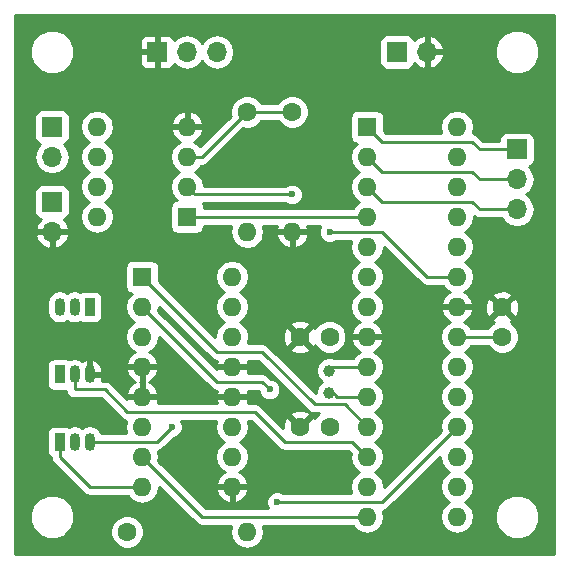
<source format=gbl>
G04 #@! TF.FileFunction,Copper,L2,Bot,Signal*
%FSLAX46Y46*%
G04 Gerber Fmt 4.6, Leading zero omitted, Abs format (unit mm)*
G04 Created by KiCad (PCBNEW 4.0.7) date Tuesday, September 19, 2017 'PMt' 09:44:46 PM*
%MOMM*%
%LPD*%
G01*
G04 APERTURE LIST*
%ADD10C,0.100000*%
%ADD11R,1.600000X1.600000*%
%ADD12O,1.600000X1.600000*%
%ADD13C,1.600000*%
%ADD14C,1.000000*%
%ADD15R,1.700000X1.700000*%
%ADD16O,1.700000X1.700000*%
%ADD17O,0.900000X1.500000*%
%ADD18R,0.900000X1.500000*%
%ADD19C,0.600000*%
%ADD20C,0.250000*%
G04 APERTURE END LIST*
D10*
D11*
X133350000Y-92075000D03*
D12*
X140970000Y-109855000D03*
X133350000Y-94615000D03*
X140970000Y-107315000D03*
X133350000Y-97155000D03*
X140970000Y-104775000D03*
X133350000Y-99695000D03*
X140970000Y-102235000D03*
X133350000Y-102235000D03*
X140970000Y-99695000D03*
X133350000Y-104775000D03*
X140970000Y-97155000D03*
X133350000Y-107315000D03*
X140970000Y-94615000D03*
X133350000Y-109855000D03*
X140970000Y-92075000D03*
D13*
X163830000Y-97155000D03*
X163830000Y-94655000D03*
X149225000Y-104775000D03*
X146725000Y-104775000D03*
X149225000Y-97155000D03*
X146725000Y-97155000D03*
X142240000Y-78105000D03*
D12*
X142240000Y-88265000D03*
D13*
X146050000Y-78105000D03*
D12*
X146050000Y-88265000D03*
D13*
X132080000Y-113665000D03*
D12*
X142240000Y-113665000D03*
D11*
X152400000Y-79375000D03*
D12*
X160020000Y-112395000D03*
X152400000Y-81915000D03*
X160020000Y-109855000D03*
X152400000Y-84455000D03*
X160020000Y-107315000D03*
X152400000Y-86995000D03*
X160020000Y-104775000D03*
X152400000Y-89535000D03*
X160020000Y-102235000D03*
X152400000Y-92075000D03*
X160020000Y-99695000D03*
X152400000Y-94615000D03*
X160020000Y-97155000D03*
X152400000Y-97155000D03*
X160020000Y-94615000D03*
X152400000Y-99695000D03*
X160020000Y-92075000D03*
X152400000Y-102235000D03*
X160020000Y-89535000D03*
X152400000Y-104775000D03*
X160020000Y-86995000D03*
X152400000Y-107315000D03*
X160020000Y-84455000D03*
X152400000Y-109855000D03*
X160020000Y-81915000D03*
X152400000Y-112395000D03*
X160020000Y-79375000D03*
D11*
X137160000Y-86995000D03*
D12*
X129540000Y-79375000D03*
X137160000Y-84455000D03*
X129540000Y-81915000D03*
X137160000Y-81915000D03*
X129540000Y-84455000D03*
X137160000Y-79375000D03*
X129540000Y-86995000D03*
D14*
X149199600Y-101899720D03*
X149199600Y-99999720D03*
D15*
X154940000Y-73025000D03*
D16*
X157480000Y-73025000D03*
D15*
X125730000Y-79375000D03*
D16*
X125730000Y-81915000D03*
D15*
X134620000Y-73025000D03*
D16*
X137160000Y-73025000D03*
X139700000Y-73025000D03*
D15*
X165100000Y-81280000D03*
D16*
X165100000Y-83820000D03*
X165100000Y-86360000D03*
D15*
X125730000Y-85725000D03*
D16*
X125730000Y-88265000D03*
D17*
X127635000Y-106045000D03*
X128905000Y-106045000D03*
D18*
X126365000Y-106045000D03*
D17*
X127635000Y-94615000D03*
X126365000Y-94615000D03*
D18*
X128905000Y-94615000D03*
D17*
X127635000Y-100330000D03*
X128905000Y-100330000D03*
D18*
X126365000Y-100330000D03*
D19*
X146050000Y-85090000D03*
X149225000Y-88265000D03*
X135890000Y-104775000D03*
X144780000Y-111125000D03*
X144145000Y-101600000D03*
D20*
X126365000Y-106045000D02*
X126365000Y-107315000D01*
X126365000Y-107315000D02*
X128905000Y-109855000D01*
X128905000Y-109855000D02*
X133350000Y-109855000D01*
X160020000Y-97155000D02*
X163830000Y-97155000D01*
X149199600Y-101899720D02*
X149225000Y-101600000D01*
X149225000Y-101600000D02*
X149860000Y-102235000D01*
X149860000Y-102235000D02*
X152400000Y-102235000D01*
X149199600Y-99999720D02*
X149225000Y-99695000D01*
X149225000Y-99695000D02*
X152400000Y-99695000D01*
X137160000Y-84455000D02*
X137795000Y-85090000D01*
X137795000Y-85090000D02*
X146050000Y-85090000D01*
X149225000Y-88265000D02*
X153670000Y-88265000D01*
X153670000Y-88265000D02*
X157480000Y-92075000D01*
X157480000Y-92075000D02*
X160020000Y-92075000D01*
X128905000Y-106045000D02*
X134620000Y-106045000D01*
X134620000Y-106045000D02*
X135890000Y-104775000D01*
X152400000Y-107315000D02*
X151130000Y-106045000D01*
X151130000Y-106045000D02*
X145415000Y-106045000D01*
X145415000Y-106045000D02*
X142875000Y-103505000D01*
X142875000Y-103505000D02*
X132080000Y-103505000D01*
X132080000Y-103505000D02*
X130175000Y-101600000D01*
X130175000Y-101600000D02*
X127635000Y-101600000D01*
X127635000Y-101600000D02*
X127635000Y-100330000D01*
X142240000Y-78105000D02*
X138430000Y-81915000D01*
X138430000Y-81915000D02*
X137160000Y-81915000D01*
X146050000Y-78105000D02*
X142240000Y-78105000D01*
X160020000Y-104775000D02*
X153670000Y-111125000D01*
X153670000Y-111125000D02*
X144780000Y-111125000D01*
X152400000Y-86995000D02*
X137160000Y-86995000D01*
X152400000Y-104775000D02*
X150495000Y-102870000D01*
X150495000Y-102870000D02*
X147955000Y-102870000D01*
X147955000Y-102870000D02*
X143510000Y-98425000D01*
X143510000Y-98425000D02*
X139700000Y-98425000D01*
X139700000Y-98425000D02*
X133350000Y-92075000D01*
X144145000Y-101600000D02*
X143510000Y-100965000D01*
X143510000Y-100965000D02*
X139700000Y-100965000D01*
X139700000Y-100965000D02*
X133350000Y-94615000D01*
X133350000Y-107315000D02*
X138430000Y-112395000D01*
X138430000Y-112395000D02*
X152400000Y-112395000D01*
X152400000Y-79375000D02*
X153670000Y-80645000D01*
X153670000Y-80645000D02*
X161290000Y-80645000D01*
X161290000Y-80645000D02*
X161925000Y-81280000D01*
X161925000Y-81280000D02*
X165100000Y-81280000D01*
X152400000Y-81915000D02*
X153670000Y-83185000D01*
X153670000Y-83185000D02*
X161290000Y-83185000D01*
X161290000Y-83185000D02*
X161925000Y-83820000D01*
X161925000Y-83820000D02*
X165100000Y-83820000D01*
X152400000Y-84455000D02*
X153670000Y-85725000D01*
X153670000Y-85725000D02*
X161290000Y-85725000D01*
X161290000Y-85725000D02*
X161925000Y-86360000D01*
X161925000Y-86360000D02*
X165100000Y-86360000D01*
G36*
X168235000Y-115530000D02*
X122595000Y-115530000D01*
X122595000Y-112766324D01*
X123854676Y-112766324D01*
X124139526Y-113455714D01*
X124666511Y-113983620D01*
X125355403Y-114269673D01*
X126101324Y-114270324D01*
X126790714Y-113985474D01*
X126829048Y-113947206D01*
X130654754Y-113947206D01*
X130871240Y-114471143D01*
X131271749Y-114872351D01*
X131795307Y-115089752D01*
X132362206Y-115090246D01*
X132886143Y-114873760D01*
X133287351Y-114473251D01*
X133504752Y-113949693D01*
X133505246Y-113382794D01*
X133288760Y-112858857D01*
X132888251Y-112457649D01*
X132364693Y-112240248D01*
X131797794Y-112239754D01*
X131273857Y-112456240D01*
X130872649Y-112856749D01*
X130655248Y-113380307D01*
X130654754Y-113947206D01*
X126829048Y-113947206D01*
X127318620Y-113458489D01*
X127604673Y-112769597D01*
X127605324Y-112023676D01*
X127320474Y-111334286D01*
X126793489Y-110806380D01*
X126104597Y-110520327D01*
X125358676Y-110519676D01*
X124669286Y-110804526D01*
X124141380Y-111331511D01*
X123855327Y-112020403D01*
X123854676Y-112766324D01*
X122595000Y-112766324D01*
X122595000Y-99580000D01*
X125277756Y-99580000D01*
X125277756Y-101080000D01*
X125321337Y-101311611D01*
X125458219Y-101524332D01*
X125667076Y-101667038D01*
X125915000Y-101717244D01*
X126815000Y-101717244D01*
X126904954Y-101700318D01*
X126942090Y-101887013D01*
X127104670Y-102130330D01*
X127347987Y-102292910D01*
X127635000Y-102350000D01*
X129864340Y-102350000D01*
X131549670Y-104035330D01*
X131792987Y-104197910D01*
X132003543Y-104239792D01*
X131897083Y-104775000D01*
X132000518Y-105295000D01*
X129890368Y-105295000D01*
X129665140Y-104957922D01*
X129316385Y-104724892D01*
X128905000Y-104643062D01*
X128493615Y-104724892D01*
X128270000Y-104874306D01*
X128046385Y-104724892D01*
X127635000Y-104643062D01*
X127223615Y-104724892D01*
X127154899Y-104770806D01*
X127062924Y-104707962D01*
X126815000Y-104657756D01*
X125915000Y-104657756D01*
X125683389Y-104701337D01*
X125470668Y-104838219D01*
X125327962Y-105047076D01*
X125277756Y-105295000D01*
X125277756Y-106795000D01*
X125321337Y-107026611D01*
X125458219Y-107239332D01*
X125622241Y-107351404D01*
X125672090Y-107602013D01*
X125834670Y-107845330D01*
X128374670Y-110385330D01*
X128617987Y-110547910D01*
X128905000Y-110605000D01*
X132142315Y-110605000D01*
X132314456Y-110862627D01*
X132776759Y-111171528D01*
X133322083Y-111280000D01*
X133377917Y-111280000D01*
X133923241Y-111171528D01*
X134385544Y-110862627D01*
X134694445Y-110400324D01*
X134802917Y-109855000D01*
X134796356Y-109822016D01*
X137899670Y-112925330D01*
X138142987Y-113087910D01*
X138430000Y-113145000D01*
X140890518Y-113145000D01*
X140787083Y-113665000D01*
X140895555Y-114210324D01*
X141204456Y-114672627D01*
X141666759Y-114981528D01*
X142212083Y-115090000D01*
X142267917Y-115090000D01*
X142813241Y-114981528D01*
X143275544Y-114672627D01*
X143584445Y-114210324D01*
X143692917Y-113665000D01*
X143589482Y-113145000D01*
X151192315Y-113145000D01*
X151364456Y-113402627D01*
X151826759Y-113711528D01*
X152372083Y-113820000D01*
X152427917Y-113820000D01*
X152973241Y-113711528D01*
X153435544Y-113402627D01*
X153744445Y-112940324D01*
X153852917Y-112395000D01*
X153746457Y-111859792D01*
X153957013Y-111817910D01*
X154200330Y-111655330D01*
X158573644Y-107282016D01*
X158567083Y-107315000D01*
X158675555Y-107860324D01*
X158984456Y-108322627D01*
X159377125Y-108585000D01*
X158984456Y-108847373D01*
X158675555Y-109309676D01*
X158567083Y-109855000D01*
X158675555Y-110400324D01*
X158984456Y-110862627D01*
X159377125Y-111125000D01*
X158984456Y-111387373D01*
X158675555Y-111849676D01*
X158567083Y-112395000D01*
X158675555Y-112940324D01*
X158984456Y-113402627D01*
X159446759Y-113711528D01*
X159992083Y-113820000D01*
X160047917Y-113820000D01*
X160593241Y-113711528D01*
X161055544Y-113402627D01*
X161364445Y-112940324D01*
X161399055Y-112766324D01*
X163224676Y-112766324D01*
X163509526Y-113455714D01*
X164036511Y-113983620D01*
X164725403Y-114269673D01*
X165471324Y-114270324D01*
X166160714Y-113985474D01*
X166688620Y-113458489D01*
X166974673Y-112769597D01*
X166975324Y-112023676D01*
X166690474Y-111334286D01*
X166163489Y-110806380D01*
X165474597Y-110520327D01*
X164728676Y-110519676D01*
X164039286Y-110804526D01*
X163511380Y-111331511D01*
X163225327Y-112020403D01*
X163224676Y-112766324D01*
X161399055Y-112766324D01*
X161472917Y-112395000D01*
X161364445Y-111849676D01*
X161055544Y-111387373D01*
X160662875Y-111125000D01*
X161055544Y-110862627D01*
X161364445Y-110400324D01*
X161472917Y-109855000D01*
X161364445Y-109309676D01*
X161055544Y-108847373D01*
X160662875Y-108585000D01*
X161055544Y-108322627D01*
X161364445Y-107860324D01*
X161472917Y-107315000D01*
X161364445Y-106769676D01*
X161055544Y-106307373D01*
X160662875Y-106045000D01*
X161055544Y-105782627D01*
X161364445Y-105320324D01*
X161472917Y-104775000D01*
X161364445Y-104229676D01*
X161055544Y-103767373D01*
X160662875Y-103505000D01*
X161055544Y-103242627D01*
X161364445Y-102780324D01*
X161472917Y-102235000D01*
X161364445Y-101689676D01*
X161055544Y-101227373D01*
X160662875Y-100965000D01*
X161055544Y-100702627D01*
X161364445Y-100240324D01*
X161472917Y-99695000D01*
X161364445Y-99149676D01*
X161055544Y-98687373D01*
X160662875Y-98425000D01*
X161055544Y-98162627D01*
X161227685Y-97905000D01*
X162598042Y-97905000D01*
X162621240Y-97961143D01*
X163021749Y-98362351D01*
X163545307Y-98579752D01*
X164112206Y-98580246D01*
X164636143Y-98363760D01*
X165037351Y-97963251D01*
X165254752Y-97439693D01*
X165255246Y-96872794D01*
X165038760Y-96348857D01*
X164638251Y-95947649D01*
X164551027Y-95911430D01*
X164579709Y-95899550D01*
X164654223Y-95656000D01*
X163830000Y-94831777D01*
X163005777Y-95656000D01*
X163080291Y-95899550D01*
X163110507Y-95910437D01*
X163023857Y-95946240D01*
X162622649Y-96346749D01*
X162598461Y-96405000D01*
X161227685Y-96405000D01*
X161055544Y-96147373D01*
X160638359Y-95868619D01*
X160868275Y-95760025D01*
X161241886Y-95348244D01*
X161402476Y-94960521D01*
X161282577Y-94740000D01*
X160145000Y-94740000D01*
X160145000Y-94760000D01*
X159895000Y-94760000D01*
X159895000Y-94740000D01*
X158757423Y-94740000D01*
X158637524Y-94960521D01*
X158798114Y-95348244D01*
X159171725Y-95760025D01*
X159401641Y-95868619D01*
X158984456Y-96147373D01*
X158675555Y-96609676D01*
X158567083Y-97155000D01*
X158675555Y-97700324D01*
X158984456Y-98162627D01*
X159377125Y-98425000D01*
X158984456Y-98687373D01*
X158675555Y-99149676D01*
X158567083Y-99695000D01*
X158675555Y-100240324D01*
X158984456Y-100702627D01*
X159377125Y-100965000D01*
X158984456Y-101227373D01*
X158675555Y-101689676D01*
X158567083Y-102235000D01*
X158675555Y-102780324D01*
X158984456Y-103242627D01*
X159377125Y-103505000D01*
X158984456Y-103767373D01*
X158675555Y-104229676D01*
X158567083Y-104775000D01*
X158632163Y-105102177D01*
X153846356Y-109887984D01*
X153852917Y-109855000D01*
X153744445Y-109309676D01*
X153435544Y-108847373D01*
X153042875Y-108585000D01*
X153435544Y-108322627D01*
X153744445Y-107860324D01*
X153852917Y-107315000D01*
X153744445Y-106769676D01*
X153435544Y-106307373D01*
X153042875Y-106045000D01*
X153435544Y-105782627D01*
X153744445Y-105320324D01*
X153852917Y-104775000D01*
X153744445Y-104229676D01*
X153435544Y-103767373D01*
X153042875Y-103505000D01*
X153435544Y-103242627D01*
X153744445Y-102780324D01*
X153852917Y-102235000D01*
X153744445Y-101689676D01*
X153435544Y-101227373D01*
X153042875Y-100965000D01*
X153435544Y-100702627D01*
X153744445Y-100240324D01*
X153852917Y-99695000D01*
X153744445Y-99149676D01*
X153435544Y-98687373D01*
X153018359Y-98408619D01*
X153248275Y-98300025D01*
X153621886Y-97888244D01*
X153782476Y-97500521D01*
X153662577Y-97280000D01*
X152525000Y-97280000D01*
X152525000Y-97300000D01*
X152275000Y-97300000D01*
X152275000Y-97280000D01*
X151137423Y-97280000D01*
X151017524Y-97500521D01*
X151178114Y-97888244D01*
X151551725Y-98300025D01*
X151781641Y-98408619D01*
X151364456Y-98687373D01*
X151192315Y-98945000D01*
X149593139Y-98945000D01*
X149424358Y-98874916D01*
X148976805Y-98874525D01*
X148563171Y-99045435D01*
X148246428Y-99361627D01*
X148074796Y-99774962D01*
X148074405Y-100222515D01*
X148245315Y-100636149D01*
X148558609Y-100949989D01*
X148246428Y-101261627D01*
X148074796Y-101674962D01*
X148074574Y-101928914D01*
X144301660Y-98156000D01*
X145900777Y-98156000D01*
X145975291Y-98399550D01*
X146508627Y-98591716D01*
X147074905Y-98565155D01*
X147474709Y-98399550D01*
X147549223Y-98156000D01*
X146725000Y-97331777D01*
X145900777Y-98156000D01*
X144301660Y-98156000D01*
X144040330Y-97894670D01*
X143797013Y-97732090D01*
X143510000Y-97675000D01*
X142319482Y-97675000D01*
X142422917Y-97155000D01*
X142379878Y-96938627D01*
X145288284Y-96938627D01*
X145314845Y-97504905D01*
X145480450Y-97904709D01*
X145724000Y-97979223D01*
X146548223Y-97155000D01*
X146901777Y-97155000D01*
X147726000Y-97979223D01*
X147969550Y-97904709D01*
X147980437Y-97874493D01*
X148016240Y-97961143D01*
X148416749Y-98362351D01*
X148940307Y-98579752D01*
X149507206Y-98580246D01*
X150031143Y-98363760D01*
X150432351Y-97963251D01*
X150649752Y-97439693D01*
X150650246Y-96872794D01*
X150433760Y-96348857D01*
X150033251Y-95947649D01*
X149509693Y-95730248D01*
X148942794Y-95729754D01*
X148418857Y-95946240D01*
X148017649Y-96346749D01*
X147981430Y-96433973D01*
X147969550Y-96405291D01*
X147726000Y-96330777D01*
X146901777Y-97155000D01*
X146548223Y-97155000D01*
X145724000Y-96330777D01*
X145480450Y-96405291D01*
X145288284Y-96938627D01*
X142379878Y-96938627D01*
X142314445Y-96609676D01*
X142009973Y-96154000D01*
X145900777Y-96154000D01*
X146725000Y-96978223D01*
X147549223Y-96154000D01*
X147474709Y-95910450D01*
X146941373Y-95718284D01*
X146375095Y-95744845D01*
X145975291Y-95910450D01*
X145900777Y-96154000D01*
X142009973Y-96154000D01*
X142005544Y-96147373D01*
X141612875Y-95885000D01*
X142005544Y-95622627D01*
X142314445Y-95160324D01*
X142422917Y-94615000D01*
X142314445Y-94069676D01*
X142005544Y-93607373D01*
X141612875Y-93345000D01*
X142005544Y-93082627D01*
X142314445Y-92620324D01*
X142422917Y-92075000D01*
X142314445Y-91529676D01*
X142005544Y-91067373D01*
X141543241Y-90758472D01*
X140997917Y-90650000D01*
X140942083Y-90650000D01*
X140396759Y-90758472D01*
X139934456Y-91067373D01*
X139625555Y-91529676D01*
X139517083Y-92075000D01*
X139625555Y-92620324D01*
X139934456Y-93082627D01*
X140327125Y-93345000D01*
X139934456Y-93607373D01*
X139625555Y-94069676D01*
X139517083Y-94615000D01*
X139625555Y-95160324D01*
X139934456Y-95622627D01*
X140327125Y-95885000D01*
X139934456Y-96147373D01*
X139625555Y-96609676D01*
X139517083Y-97155000D01*
X139523644Y-97187984D01*
X134787244Y-92451584D01*
X134787244Y-91275000D01*
X134743663Y-91043389D01*
X134606781Y-90830668D01*
X134397924Y-90687962D01*
X134150000Y-90637756D01*
X132550000Y-90637756D01*
X132318389Y-90681337D01*
X132105668Y-90818219D01*
X131962962Y-91027076D01*
X131912756Y-91275000D01*
X131912756Y-92875000D01*
X131956337Y-93106611D01*
X132093219Y-93319332D01*
X132302076Y-93462038D01*
X132478497Y-93497764D01*
X132314456Y-93607373D01*
X132005555Y-94069676D01*
X131897083Y-94615000D01*
X132005555Y-95160324D01*
X132314456Y-95622627D01*
X132707125Y-95885000D01*
X132314456Y-96147373D01*
X132005555Y-96609676D01*
X131897083Y-97155000D01*
X132005555Y-97700324D01*
X132314456Y-98162627D01*
X132731641Y-98441381D01*
X132501725Y-98549975D01*
X132128114Y-98961756D01*
X131967524Y-99349479D01*
X132087423Y-99570000D01*
X133225000Y-99570000D01*
X133225000Y-99550000D01*
X133475000Y-99550000D01*
X133475000Y-99570000D01*
X134612577Y-99570000D01*
X134732476Y-99349479D01*
X134571886Y-98961756D01*
X134198275Y-98549975D01*
X133968359Y-98441381D01*
X134385544Y-98162627D01*
X134694445Y-97700324D01*
X134802917Y-97155000D01*
X134796356Y-97122016D01*
X139169670Y-101495330D01*
X139412987Y-101657910D01*
X139662852Y-101707611D01*
X139587524Y-101889479D01*
X139707423Y-102110000D01*
X140845000Y-102110000D01*
X140845000Y-102090000D01*
X141095000Y-102090000D01*
X141095000Y-102110000D01*
X142232577Y-102110000D01*
X142352476Y-101889479D01*
X142280209Y-101715000D01*
X143199340Y-101715000D01*
X143219882Y-101735542D01*
X143219840Y-101783187D01*
X143360366Y-102123286D01*
X143620345Y-102383720D01*
X143960199Y-102524839D01*
X144328187Y-102525160D01*
X144668286Y-102384634D01*
X144928720Y-102124655D01*
X145069839Y-101784801D01*
X145070160Y-101416813D01*
X144929634Y-101076714D01*
X144669655Y-100816280D01*
X144329801Y-100675161D01*
X144280778Y-100675118D01*
X144040330Y-100434670D01*
X143797013Y-100272090D01*
X143510000Y-100215000D01*
X142280209Y-100215000D01*
X142352476Y-100040521D01*
X142232577Y-99820000D01*
X141095000Y-99820000D01*
X141095000Y-99840000D01*
X140845000Y-99840000D01*
X140845000Y-99820000D01*
X139707423Y-99820000D01*
X139675103Y-99879443D01*
X134737837Y-94942177D01*
X134802917Y-94615000D01*
X134796356Y-94582016D01*
X139169670Y-98955330D01*
X139412987Y-99117910D01*
X139662852Y-99167611D01*
X139587524Y-99349479D01*
X139707423Y-99570000D01*
X140845000Y-99570000D01*
X140845000Y-99550000D01*
X141095000Y-99550000D01*
X141095000Y-99570000D01*
X142232577Y-99570000D01*
X142352476Y-99349479D01*
X142280209Y-99175000D01*
X143199340Y-99175000D01*
X147424670Y-103400330D01*
X147667987Y-103562910D01*
X147955000Y-103620000D01*
X148365003Y-103620000D01*
X148017649Y-103966749D01*
X147981430Y-104053973D01*
X147969550Y-104025291D01*
X147726000Y-103950777D01*
X146901777Y-104775000D01*
X146915919Y-104789142D01*
X146739142Y-104965919D01*
X146725000Y-104951777D01*
X146710858Y-104965919D01*
X146534081Y-104789142D01*
X146548223Y-104775000D01*
X145724000Y-103950777D01*
X145480450Y-104025291D01*
X145288284Y-104558627D01*
X145302998Y-104872338D01*
X144204660Y-103774000D01*
X145900777Y-103774000D01*
X146725000Y-104598223D01*
X147549223Y-103774000D01*
X147474709Y-103530450D01*
X146941373Y-103338284D01*
X146375095Y-103364845D01*
X145975291Y-103530450D01*
X145900777Y-103774000D01*
X144204660Y-103774000D01*
X143405330Y-102974670D01*
X143162013Y-102812090D01*
X142875000Y-102755000D01*
X142280209Y-102755000D01*
X142352476Y-102580521D01*
X142232577Y-102360000D01*
X141095000Y-102360000D01*
X141095000Y-102380000D01*
X140845000Y-102380000D01*
X140845000Y-102360000D01*
X139707423Y-102360000D01*
X139587524Y-102580521D01*
X139659791Y-102755000D01*
X134660209Y-102755000D01*
X134732476Y-102580521D01*
X134612577Y-102360000D01*
X133475000Y-102360000D01*
X133475000Y-102380000D01*
X133225000Y-102380000D01*
X133225000Y-102360000D01*
X132087423Y-102360000D01*
X132055103Y-102419443D01*
X130705330Y-101069670D01*
X130462013Y-100907090D01*
X130175000Y-100850000D01*
X129949348Y-100850000D01*
X129980000Y-100755000D01*
X129980000Y-100455000D01*
X129030000Y-100455000D01*
X129030000Y-100475000D01*
X128780000Y-100475000D01*
X128780000Y-100455000D01*
X128760000Y-100455000D01*
X128760000Y-100205000D01*
X128780000Y-100205000D01*
X128780000Y-99119793D01*
X129030000Y-99119793D01*
X129030000Y-100205000D01*
X129980000Y-100205000D01*
X129980000Y-100040521D01*
X131967524Y-100040521D01*
X132128114Y-100428244D01*
X132501725Y-100840025D01*
X132766322Y-100965000D01*
X132501725Y-101089975D01*
X132128114Y-101501756D01*
X131967524Y-101889479D01*
X132087423Y-102110000D01*
X133225000Y-102110000D01*
X133225000Y-100971733D01*
X133212546Y-100965000D01*
X133225000Y-100958267D01*
X133225000Y-99820000D01*
X133475000Y-99820000D01*
X133475000Y-100958267D01*
X133487454Y-100965000D01*
X133475000Y-100971733D01*
X133475000Y-102110000D01*
X134612577Y-102110000D01*
X134732476Y-101889479D01*
X134571886Y-101501756D01*
X134198275Y-101089975D01*
X133933678Y-100965000D01*
X134198275Y-100840025D01*
X134571886Y-100428244D01*
X134732476Y-100040521D01*
X134612577Y-99820000D01*
X133475000Y-99820000D01*
X133225000Y-99820000D01*
X132087423Y-99820000D01*
X131967524Y-100040521D01*
X129980000Y-100040521D01*
X129980000Y-99905000D01*
X129850335Y-99503130D01*
X129576751Y-99181472D01*
X129195487Y-98994992D01*
X129030000Y-99119793D01*
X128780000Y-99119793D01*
X128614513Y-98994992D01*
X128273621Y-99161726D01*
X128046385Y-99009892D01*
X127635000Y-98928062D01*
X127223615Y-99009892D01*
X127154899Y-99055806D01*
X127062924Y-98992962D01*
X126815000Y-98942756D01*
X125915000Y-98942756D01*
X125683389Y-98986337D01*
X125470668Y-99123219D01*
X125327962Y-99332076D01*
X125277756Y-99580000D01*
X122595000Y-99580000D01*
X122595000Y-94288062D01*
X125290000Y-94288062D01*
X125290000Y-94941938D01*
X125371830Y-95353323D01*
X125604860Y-95702078D01*
X125953615Y-95935108D01*
X126365000Y-96016938D01*
X126776385Y-95935108D01*
X127000000Y-95785694D01*
X127223615Y-95935108D01*
X127635000Y-96016938D01*
X128046385Y-95935108D01*
X128115101Y-95889194D01*
X128207076Y-95952038D01*
X128455000Y-96002244D01*
X129355000Y-96002244D01*
X129586611Y-95958663D01*
X129799332Y-95821781D01*
X129942038Y-95612924D01*
X129992244Y-95365000D01*
X129992244Y-93865000D01*
X129948663Y-93633389D01*
X129811781Y-93420668D01*
X129602924Y-93277962D01*
X129355000Y-93227756D01*
X128455000Y-93227756D01*
X128223389Y-93271337D01*
X128115263Y-93340914D01*
X128046385Y-93294892D01*
X127635000Y-93213062D01*
X127223615Y-93294892D01*
X127000000Y-93444306D01*
X126776385Y-93294892D01*
X126365000Y-93213062D01*
X125953615Y-93294892D01*
X125604860Y-93527922D01*
X125371830Y-93876677D01*
X125290000Y-94288062D01*
X122595000Y-94288062D01*
X122595000Y-88618372D01*
X124297955Y-88618372D01*
X124467513Y-89027742D01*
X124855503Y-89452815D01*
X125376627Y-89697054D01*
X125605000Y-89578453D01*
X125605000Y-88390000D01*
X125855000Y-88390000D01*
X125855000Y-89578453D01*
X126083373Y-89697054D01*
X126604497Y-89452815D01*
X126992487Y-89027742D01*
X127162045Y-88618372D01*
X127042812Y-88390000D01*
X125855000Y-88390000D01*
X125605000Y-88390000D01*
X124417188Y-88390000D01*
X124297955Y-88618372D01*
X122595000Y-88618372D01*
X122595000Y-84875000D01*
X124242756Y-84875000D01*
X124242756Y-86575000D01*
X124286337Y-86806611D01*
X124423219Y-87019332D01*
X124632076Y-87162038D01*
X124755280Y-87186987D01*
X124467513Y-87502258D01*
X124297955Y-87911628D01*
X124417188Y-88140000D01*
X125605000Y-88140000D01*
X125605000Y-88120000D01*
X125855000Y-88120000D01*
X125855000Y-88140000D01*
X127042812Y-88140000D01*
X127162045Y-87911628D01*
X126992487Y-87502258D01*
X126706114Y-87188514D01*
X126811611Y-87168663D01*
X127024332Y-87031781D01*
X127167038Y-86822924D01*
X127217244Y-86575000D01*
X127217244Y-84875000D01*
X127173663Y-84643389D01*
X127036781Y-84430668D01*
X126827924Y-84287962D01*
X126580000Y-84237756D01*
X124880000Y-84237756D01*
X124648389Y-84281337D01*
X124435668Y-84418219D01*
X124292962Y-84627076D01*
X124242756Y-84875000D01*
X122595000Y-84875000D01*
X122595000Y-81915000D01*
X124226103Y-81915000D01*
X124338381Y-82479458D01*
X124658120Y-82957983D01*
X125136645Y-83277722D01*
X125701103Y-83390000D01*
X125758897Y-83390000D01*
X126323355Y-83277722D01*
X126801880Y-82957983D01*
X127121619Y-82479458D01*
X127233897Y-81915000D01*
X127121619Y-81350542D01*
X126801880Y-80872017D01*
X126741714Y-80831815D01*
X126811611Y-80818663D01*
X127024332Y-80681781D01*
X127167038Y-80472924D01*
X127217244Y-80225000D01*
X127217244Y-79375000D01*
X128087083Y-79375000D01*
X128195555Y-79920324D01*
X128504456Y-80382627D01*
X128897125Y-80645000D01*
X128504456Y-80907373D01*
X128195555Y-81369676D01*
X128087083Y-81915000D01*
X128195555Y-82460324D01*
X128504456Y-82922627D01*
X128897125Y-83185000D01*
X128504456Y-83447373D01*
X128195555Y-83909676D01*
X128087083Y-84455000D01*
X128195555Y-85000324D01*
X128504456Y-85462627D01*
X128897125Y-85725000D01*
X128504456Y-85987373D01*
X128195555Y-86449676D01*
X128087083Y-86995000D01*
X128195555Y-87540324D01*
X128504456Y-88002627D01*
X128966759Y-88311528D01*
X129512083Y-88420000D01*
X129567917Y-88420000D01*
X130113241Y-88311528D01*
X130575544Y-88002627D01*
X130884445Y-87540324D01*
X130992917Y-86995000D01*
X130884445Y-86449676D01*
X130575544Y-85987373D01*
X130182875Y-85725000D01*
X130575544Y-85462627D01*
X130884445Y-85000324D01*
X130992917Y-84455000D01*
X130884445Y-83909676D01*
X130575544Y-83447373D01*
X130182875Y-83185000D01*
X130575544Y-82922627D01*
X130884445Y-82460324D01*
X130992917Y-81915000D01*
X135707083Y-81915000D01*
X135815555Y-82460324D01*
X136124456Y-82922627D01*
X136517125Y-83185000D01*
X136124456Y-83447373D01*
X135815555Y-83909676D01*
X135707083Y-84455000D01*
X135815555Y-85000324D01*
X136124456Y-85462627D01*
X136287300Y-85571436D01*
X136128389Y-85601337D01*
X135915668Y-85738219D01*
X135772962Y-85947076D01*
X135722756Y-86195000D01*
X135722756Y-87795000D01*
X135766337Y-88026611D01*
X135903219Y-88239332D01*
X136112076Y-88382038D01*
X136360000Y-88432244D01*
X137960000Y-88432244D01*
X138191611Y-88388663D01*
X138404332Y-88251781D01*
X138547038Y-88042924D01*
X138597244Y-87795000D01*
X138597244Y-87745000D01*
X140912882Y-87745000D01*
X140815000Y-88237083D01*
X140815000Y-88292917D01*
X140923472Y-88838241D01*
X141232373Y-89300544D01*
X141694676Y-89609445D01*
X142240000Y-89717917D01*
X142785324Y-89609445D01*
X143247627Y-89300544D01*
X143556528Y-88838241D01*
X143601824Y-88610522D01*
X144667514Y-88610522D01*
X144904975Y-89113275D01*
X145316756Y-89486886D01*
X145704479Y-89647476D01*
X145925000Y-89527577D01*
X145925000Y-88390000D01*
X146175000Y-88390000D01*
X146175000Y-89527577D01*
X146395521Y-89647476D01*
X146783244Y-89486886D01*
X147195025Y-89113275D01*
X147432486Y-88610522D01*
X147313267Y-88390000D01*
X146175000Y-88390000D01*
X145925000Y-88390000D01*
X144786733Y-88390000D01*
X144667514Y-88610522D01*
X143601824Y-88610522D01*
X143665000Y-88292917D01*
X143665000Y-88237083D01*
X143567118Y-87745000D01*
X144749924Y-87745000D01*
X144667514Y-87919478D01*
X144786733Y-88140000D01*
X145925000Y-88140000D01*
X145925000Y-88120000D01*
X146175000Y-88120000D01*
X146175000Y-88140000D01*
X147313267Y-88140000D01*
X147432486Y-87919478D01*
X147350076Y-87745000D01*
X148439347Y-87745000D01*
X148300161Y-88080199D01*
X148299840Y-88448187D01*
X148440366Y-88788286D01*
X148700345Y-89048720D01*
X149040199Y-89189839D01*
X149408187Y-89190160D01*
X149748286Y-89049634D01*
X149782981Y-89015000D01*
X151050518Y-89015000D01*
X150947083Y-89535000D01*
X151055555Y-90080324D01*
X151364456Y-90542627D01*
X151757125Y-90805000D01*
X151364456Y-91067373D01*
X151055555Y-91529676D01*
X150947083Y-92075000D01*
X151055555Y-92620324D01*
X151364456Y-93082627D01*
X151757125Y-93345000D01*
X151364456Y-93607373D01*
X151055555Y-94069676D01*
X150947083Y-94615000D01*
X151055555Y-95160324D01*
X151364456Y-95622627D01*
X151781641Y-95901381D01*
X151551725Y-96009975D01*
X151178114Y-96421756D01*
X151017524Y-96809479D01*
X151137423Y-97030000D01*
X152275000Y-97030000D01*
X152275000Y-97010000D01*
X152525000Y-97010000D01*
X152525000Y-97030000D01*
X153662577Y-97030000D01*
X153782476Y-96809479D01*
X153621886Y-96421756D01*
X153248275Y-96009975D01*
X153018359Y-95901381D01*
X153435544Y-95622627D01*
X153744445Y-95160324D01*
X153852917Y-94615000D01*
X153744445Y-94069676D01*
X153435544Y-93607373D01*
X153042875Y-93345000D01*
X153435544Y-93082627D01*
X153744445Y-92620324D01*
X153852917Y-92075000D01*
X153744445Y-91529676D01*
X153435544Y-91067373D01*
X153042875Y-90805000D01*
X153435544Y-90542627D01*
X153744445Y-90080324D01*
X153852917Y-89535000D01*
X153846356Y-89502016D01*
X156949670Y-92605330D01*
X157192987Y-92767910D01*
X157480000Y-92825000D01*
X158812315Y-92825000D01*
X158984456Y-93082627D01*
X159401641Y-93361381D01*
X159171725Y-93469975D01*
X158798114Y-93881756D01*
X158637524Y-94269479D01*
X158757423Y-94490000D01*
X159895000Y-94490000D01*
X159895000Y-94470000D01*
X160145000Y-94470000D01*
X160145000Y-94490000D01*
X161282577Y-94490000D01*
X161310508Y-94438627D01*
X162393284Y-94438627D01*
X162419845Y-95004905D01*
X162585450Y-95404709D01*
X162829000Y-95479223D01*
X163653223Y-94655000D01*
X164006777Y-94655000D01*
X164831000Y-95479223D01*
X165074550Y-95404709D01*
X165266716Y-94871373D01*
X165240155Y-94305095D01*
X165074550Y-93905291D01*
X164831000Y-93830777D01*
X164006777Y-94655000D01*
X163653223Y-94655000D01*
X162829000Y-93830777D01*
X162585450Y-93905291D01*
X162393284Y-94438627D01*
X161310508Y-94438627D01*
X161402476Y-94269479D01*
X161241886Y-93881756D01*
X161035242Y-93654000D01*
X163005777Y-93654000D01*
X163830000Y-94478223D01*
X164654223Y-93654000D01*
X164579709Y-93410450D01*
X164046373Y-93218284D01*
X163480095Y-93244845D01*
X163080291Y-93410450D01*
X163005777Y-93654000D01*
X161035242Y-93654000D01*
X160868275Y-93469975D01*
X160638359Y-93361381D01*
X161055544Y-93082627D01*
X161364445Y-92620324D01*
X161472917Y-92075000D01*
X161364445Y-91529676D01*
X161055544Y-91067373D01*
X160662875Y-90805000D01*
X161055544Y-90542627D01*
X161364445Y-90080324D01*
X161472917Y-89535000D01*
X161364445Y-88989676D01*
X161055544Y-88527373D01*
X160662875Y-88265000D01*
X161055544Y-88002627D01*
X161364445Y-87540324D01*
X161472917Y-86995000D01*
X161460899Y-86934583D01*
X161637987Y-87052910D01*
X161925000Y-87110000D01*
X163832356Y-87110000D01*
X164028120Y-87402983D01*
X164506645Y-87722722D01*
X165071103Y-87835000D01*
X165128897Y-87835000D01*
X165693355Y-87722722D01*
X166171880Y-87402983D01*
X166491619Y-86924458D01*
X166603897Y-86360000D01*
X166491619Y-85795542D01*
X166171880Y-85317017D01*
X165832124Y-85090000D01*
X166171880Y-84862983D01*
X166491619Y-84384458D01*
X166603897Y-83820000D01*
X166491619Y-83255542D01*
X166171880Y-82777017D01*
X166111714Y-82736815D01*
X166181611Y-82723663D01*
X166394332Y-82586781D01*
X166537038Y-82377924D01*
X166587244Y-82130000D01*
X166587244Y-80430000D01*
X166543663Y-80198389D01*
X166406781Y-79985668D01*
X166197924Y-79842962D01*
X165950000Y-79792756D01*
X164250000Y-79792756D01*
X164018389Y-79836337D01*
X163805668Y-79973219D01*
X163662962Y-80182076D01*
X163612756Y-80430000D01*
X163612756Y-80530000D01*
X162235660Y-80530000D01*
X161820330Y-80114670D01*
X161577013Y-79952090D01*
X161366457Y-79910208D01*
X161472917Y-79375000D01*
X161364445Y-78829676D01*
X161055544Y-78367373D01*
X160593241Y-78058472D01*
X160047917Y-77950000D01*
X159992083Y-77950000D01*
X159446759Y-78058472D01*
X158984456Y-78367373D01*
X158675555Y-78829676D01*
X158567083Y-79375000D01*
X158670518Y-79895000D01*
X153980660Y-79895000D01*
X153837244Y-79751584D01*
X153837244Y-78575000D01*
X153793663Y-78343389D01*
X153656781Y-78130668D01*
X153447924Y-77987962D01*
X153200000Y-77937756D01*
X151600000Y-77937756D01*
X151368389Y-77981337D01*
X151155668Y-78118219D01*
X151012962Y-78327076D01*
X150962756Y-78575000D01*
X150962756Y-80175000D01*
X151006337Y-80406611D01*
X151143219Y-80619332D01*
X151352076Y-80762038D01*
X151528497Y-80797764D01*
X151364456Y-80907373D01*
X151055555Y-81369676D01*
X150947083Y-81915000D01*
X151055555Y-82460324D01*
X151364456Y-82922627D01*
X151757125Y-83185000D01*
X151364456Y-83447373D01*
X151055555Y-83909676D01*
X150947083Y-84455000D01*
X151055555Y-85000324D01*
X151364456Y-85462627D01*
X151757125Y-85725000D01*
X151364456Y-85987373D01*
X151192315Y-86245000D01*
X138597244Y-86245000D01*
X138597244Y-86195000D01*
X138553663Y-85963389D01*
X138474264Y-85840000D01*
X145491684Y-85840000D01*
X145525345Y-85873720D01*
X145865199Y-86014839D01*
X146233187Y-86015160D01*
X146573286Y-85874634D01*
X146833720Y-85614655D01*
X146974839Y-85274801D01*
X146975160Y-84906813D01*
X146834634Y-84566714D01*
X146574655Y-84306280D01*
X146234801Y-84165161D01*
X145866813Y-84164840D01*
X145526714Y-84305366D01*
X145492019Y-84340000D01*
X138590042Y-84340000D01*
X138504445Y-83909676D01*
X138195544Y-83447373D01*
X137802875Y-83185000D01*
X138195544Y-82922627D01*
X138367685Y-82665000D01*
X138430000Y-82665000D01*
X138717013Y-82607910D01*
X138960330Y-82445330D01*
X141899204Y-79506456D01*
X141955307Y-79529752D01*
X142522206Y-79530246D01*
X143046143Y-79313760D01*
X143447351Y-78913251D01*
X143471539Y-78855000D01*
X144818042Y-78855000D01*
X144841240Y-78911143D01*
X145241749Y-79312351D01*
X145765307Y-79529752D01*
X146332206Y-79530246D01*
X146856143Y-79313760D01*
X147257351Y-78913251D01*
X147474752Y-78389693D01*
X147475246Y-77822794D01*
X147258760Y-77298857D01*
X146858251Y-76897649D01*
X146334693Y-76680248D01*
X145767794Y-76679754D01*
X145243857Y-76896240D01*
X144842649Y-77296749D01*
X144818461Y-77355000D01*
X143471958Y-77355000D01*
X143448760Y-77298857D01*
X143048251Y-76897649D01*
X142524693Y-76680248D01*
X141957794Y-76679754D01*
X141433857Y-76896240D01*
X141032649Y-77296749D01*
X140815248Y-77820307D01*
X140814754Y-78387206D01*
X140838840Y-78445500D01*
X138268212Y-81016128D01*
X138195544Y-80907373D01*
X137778359Y-80628619D01*
X138008275Y-80520025D01*
X138381886Y-80108244D01*
X138542476Y-79720521D01*
X138422577Y-79500000D01*
X137285000Y-79500000D01*
X137285000Y-79520000D01*
X137035000Y-79520000D01*
X137035000Y-79500000D01*
X135897423Y-79500000D01*
X135777524Y-79720521D01*
X135938114Y-80108244D01*
X136311725Y-80520025D01*
X136541641Y-80628619D01*
X136124456Y-80907373D01*
X135815555Y-81369676D01*
X135707083Y-81915000D01*
X130992917Y-81915000D01*
X130884445Y-81369676D01*
X130575544Y-80907373D01*
X130182875Y-80645000D01*
X130575544Y-80382627D01*
X130884445Y-79920324D01*
X130992917Y-79375000D01*
X130924189Y-79029479D01*
X135777524Y-79029479D01*
X135897423Y-79250000D01*
X137035000Y-79250000D01*
X137035000Y-78111733D01*
X137285000Y-78111733D01*
X137285000Y-79250000D01*
X138422577Y-79250000D01*
X138542476Y-79029479D01*
X138381886Y-78641756D01*
X138008275Y-78229975D01*
X137505522Y-77992514D01*
X137285000Y-78111733D01*
X137035000Y-78111733D01*
X136814478Y-77992514D01*
X136311725Y-78229975D01*
X135938114Y-78641756D01*
X135777524Y-79029479D01*
X130924189Y-79029479D01*
X130884445Y-78829676D01*
X130575544Y-78367373D01*
X130113241Y-78058472D01*
X129567917Y-77950000D01*
X129512083Y-77950000D01*
X128966759Y-78058472D01*
X128504456Y-78367373D01*
X128195555Y-78829676D01*
X128087083Y-79375000D01*
X127217244Y-79375000D01*
X127217244Y-78525000D01*
X127173663Y-78293389D01*
X127036781Y-78080668D01*
X126827924Y-77937962D01*
X126580000Y-77887756D01*
X124880000Y-77887756D01*
X124648389Y-77931337D01*
X124435668Y-78068219D01*
X124292962Y-78277076D01*
X124242756Y-78525000D01*
X124242756Y-80225000D01*
X124286337Y-80456611D01*
X124423219Y-80669332D01*
X124632076Y-80812038D01*
X124720950Y-80830035D01*
X124658120Y-80872017D01*
X124338381Y-81350542D01*
X124226103Y-81915000D01*
X122595000Y-81915000D01*
X122595000Y-73396324D01*
X123854676Y-73396324D01*
X124139526Y-74085714D01*
X124666511Y-74613620D01*
X125355403Y-74899673D01*
X126101324Y-74900324D01*
X126790714Y-74615474D01*
X127318620Y-74088489D01*
X127604673Y-73399597D01*
X127604754Y-73306250D01*
X133145000Y-73306250D01*
X133145000Y-73999320D01*
X133240150Y-74229034D01*
X133415966Y-74404849D01*
X133645680Y-74500000D01*
X134338750Y-74500000D01*
X134495000Y-74343750D01*
X134495000Y-73150000D01*
X133301250Y-73150000D01*
X133145000Y-73306250D01*
X127604754Y-73306250D01*
X127605324Y-72653676D01*
X127356172Y-72050680D01*
X133145000Y-72050680D01*
X133145000Y-72743750D01*
X133301250Y-72900000D01*
X134495000Y-72900000D01*
X134495000Y-71706250D01*
X134745000Y-71706250D01*
X134745000Y-72900000D01*
X134765000Y-72900000D01*
X134765000Y-73150000D01*
X134745000Y-73150000D01*
X134745000Y-74343750D01*
X134901250Y-74500000D01*
X135594320Y-74500000D01*
X135824034Y-74404849D01*
X135999850Y-74229034D01*
X136078479Y-74039204D01*
X136117017Y-74096880D01*
X136595542Y-74416619D01*
X137160000Y-74528897D01*
X137724458Y-74416619D01*
X138202983Y-74096880D01*
X138430000Y-73757124D01*
X138657017Y-74096880D01*
X139135542Y-74416619D01*
X139700000Y-74528897D01*
X140264458Y-74416619D01*
X140742983Y-74096880D01*
X141062722Y-73618355D01*
X141175000Y-73053897D01*
X141175000Y-72996103D01*
X141062722Y-72431645D01*
X140891238Y-72175000D01*
X153452756Y-72175000D01*
X153452756Y-73875000D01*
X153496337Y-74106611D01*
X153633219Y-74319332D01*
X153842076Y-74462038D01*
X154090000Y-74512244D01*
X155790000Y-74512244D01*
X156021611Y-74468663D01*
X156234332Y-74331781D01*
X156377038Y-74122924D01*
X156401987Y-73999720D01*
X156717258Y-74287487D01*
X157126628Y-74457045D01*
X157355000Y-74337812D01*
X157355000Y-73150000D01*
X157605000Y-73150000D01*
X157605000Y-74337812D01*
X157833372Y-74457045D01*
X158242742Y-74287487D01*
X158667815Y-73899497D01*
X158903640Y-73396324D01*
X163224676Y-73396324D01*
X163509526Y-74085714D01*
X164036511Y-74613620D01*
X164725403Y-74899673D01*
X165471324Y-74900324D01*
X166160714Y-74615474D01*
X166688620Y-74088489D01*
X166974673Y-73399597D01*
X166975324Y-72653676D01*
X166690474Y-71964286D01*
X166163489Y-71436380D01*
X165474597Y-71150327D01*
X164728676Y-71149676D01*
X164039286Y-71434526D01*
X163511380Y-71961511D01*
X163225327Y-72650403D01*
X163224676Y-73396324D01*
X158903640Y-73396324D01*
X158912054Y-73378373D01*
X158793453Y-73150000D01*
X157605000Y-73150000D01*
X157355000Y-73150000D01*
X157335000Y-73150000D01*
X157335000Y-72900000D01*
X157355000Y-72900000D01*
X157355000Y-71712188D01*
X157605000Y-71712188D01*
X157605000Y-72900000D01*
X158793453Y-72900000D01*
X158912054Y-72671627D01*
X158667815Y-72150503D01*
X158242742Y-71762513D01*
X157833372Y-71592955D01*
X157605000Y-71712188D01*
X157355000Y-71712188D01*
X157126628Y-71592955D01*
X156717258Y-71762513D01*
X156403514Y-72048886D01*
X156383663Y-71943389D01*
X156246781Y-71730668D01*
X156037924Y-71587962D01*
X155790000Y-71537756D01*
X154090000Y-71537756D01*
X153858389Y-71581337D01*
X153645668Y-71718219D01*
X153502962Y-71927076D01*
X153452756Y-72175000D01*
X140891238Y-72175000D01*
X140742983Y-71953120D01*
X140264458Y-71633381D01*
X139700000Y-71521103D01*
X139135542Y-71633381D01*
X138657017Y-71953120D01*
X138430000Y-72292876D01*
X138202983Y-71953120D01*
X137724458Y-71633381D01*
X137160000Y-71521103D01*
X136595542Y-71633381D01*
X136117017Y-71953120D01*
X136078479Y-72010796D01*
X135999850Y-71820966D01*
X135824034Y-71645151D01*
X135594320Y-71550000D01*
X134901250Y-71550000D01*
X134745000Y-71706250D01*
X134495000Y-71706250D01*
X134338750Y-71550000D01*
X133645680Y-71550000D01*
X133415966Y-71645151D01*
X133240150Y-71820966D01*
X133145000Y-72050680D01*
X127356172Y-72050680D01*
X127320474Y-71964286D01*
X126793489Y-71436380D01*
X126104597Y-71150327D01*
X125358676Y-71149676D01*
X124669286Y-71434526D01*
X124141380Y-71961511D01*
X123855327Y-72650403D01*
X123854676Y-73396324D01*
X122595000Y-73396324D01*
X122595000Y-69890000D01*
X168235000Y-69890000D01*
X168235000Y-115530000D01*
X168235000Y-115530000D01*
G37*
X168235000Y-115530000D02*
X122595000Y-115530000D01*
X122595000Y-112766324D01*
X123854676Y-112766324D01*
X124139526Y-113455714D01*
X124666511Y-113983620D01*
X125355403Y-114269673D01*
X126101324Y-114270324D01*
X126790714Y-113985474D01*
X126829048Y-113947206D01*
X130654754Y-113947206D01*
X130871240Y-114471143D01*
X131271749Y-114872351D01*
X131795307Y-115089752D01*
X132362206Y-115090246D01*
X132886143Y-114873760D01*
X133287351Y-114473251D01*
X133504752Y-113949693D01*
X133505246Y-113382794D01*
X133288760Y-112858857D01*
X132888251Y-112457649D01*
X132364693Y-112240248D01*
X131797794Y-112239754D01*
X131273857Y-112456240D01*
X130872649Y-112856749D01*
X130655248Y-113380307D01*
X130654754Y-113947206D01*
X126829048Y-113947206D01*
X127318620Y-113458489D01*
X127604673Y-112769597D01*
X127605324Y-112023676D01*
X127320474Y-111334286D01*
X126793489Y-110806380D01*
X126104597Y-110520327D01*
X125358676Y-110519676D01*
X124669286Y-110804526D01*
X124141380Y-111331511D01*
X123855327Y-112020403D01*
X123854676Y-112766324D01*
X122595000Y-112766324D01*
X122595000Y-99580000D01*
X125277756Y-99580000D01*
X125277756Y-101080000D01*
X125321337Y-101311611D01*
X125458219Y-101524332D01*
X125667076Y-101667038D01*
X125915000Y-101717244D01*
X126815000Y-101717244D01*
X126904954Y-101700318D01*
X126942090Y-101887013D01*
X127104670Y-102130330D01*
X127347987Y-102292910D01*
X127635000Y-102350000D01*
X129864340Y-102350000D01*
X131549670Y-104035330D01*
X131792987Y-104197910D01*
X132003543Y-104239792D01*
X131897083Y-104775000D01*
X132000518Y-105295000D01*
X129890368Y-105295000D01*
X129665140Y-104957922D01*
X129316385Y-104724892D01*
X128905000Y-104643062D01*
X128493615Y-104724892D01*
X128270000Y-104874306D01*
X128046385Y-104724892D01*
X127635000Y-104643062D01*
X127223615Y-104724892D01*
X127154899Y-104770806D01*
X127062924Y-104707962D01*
X126815000Y-104657756D01*
X125915000Y-104657756D01*
X125683389Y-104701337D01*
X125470668Y-104838219D01*
X125327962Y-105047076D01*
X125277756Y-105295000D01*
X125277756Y-106795000D01*
X125321337Y-107026611D01*
X125458219Y-107239332D01*
X125622241Y-107351404D01*
X125672090Y-107602013D01*
X125834670Y-107845330D01*
X128374670Y-110385330D01*
X128617987Y-110547910D01*
X128905000Y-110605000D01*
X132142315Y-110605000D01*
X132314456Y-110862627D01*
X132776759Y-111171528D01*
X133322083Y-111280000D01*
X133377917Y-111280000D01*
X133923241Y-111171528D01*
X134385544Y-110862627D01*
X134694445Y-110400324D01*
X134802917Y-109855000D01*
X134796356Y-109822016D01*
X137899670Y-112925330D01*
X138142987Y-113087910D01*
X138430000Y-113145000D01*
X140890518Y-113145000D01*
X140787083Y-113665000D01*
X140895555Y-114210324D01*
X141204456Y-114672627D01*
X141666759Y-114981528D01*
X142212083Y-115090000D01*
X142267917Y-115090000D01*
X142813241Y-114981528D01*
X143275544Y-114672627D01*
X143584445Y-114210324D01*
X143692917Y-113665000D01*
X143589482Y-113145000D01*
X151192315Y-113145000D01*
X151364456Y-113402627D01*
X151826759Y-113711528D01*
X152372083Y-113820000D01*
X152427917Y-113820000D01*
X152973241Y-113711528D01*
X153435544Y-113402627D01*
X153744445Y-112940324D01*
X153852917Y-112395000D01*
X153746457Y-111859792D01*
X153957013Y-111817910D01*
X154200330Y-111655330D01*
X158573644Y-107282016D01*
X158567083Y-107315000D01*
X158675555Y-107860324D01*
X158984456Y-108322627D01*
X159377125Y-108585000D01*
X158984456Y-108847373D01*
X158675555Y-109309676D01*
X158567083Y-109855000D01*
X158675555Y-110400324D01*
X158984456Y-110862627D01*
X159377125Y-111125000D01*
X158984456Y-111387373D01*
X158675555Y-111849676D01*
X158567083Y-112395000D01*
X158675555Y-112940324D01*
X158984456Y-113402627D01*
X159446759Y-113711528D01*
X159992083Y-113820000D01*
X160047917Y-113820000D01*
X160593241Y-113711528D01*
X161055544Y-113402627D01*
X161364445Y-112940324D01*
X161399055Y-112766324D01*
X163224676Y-112766324D01*
X163509526Y-113455714D01*
X164036511Y-113983620D01*
X164725403Y-114269673D01*
X165471324Y-114270324D01*
X166160714Y-113985474D01*
X166688620Y-113458489D01*
X166974673Y-112769597D01*
X166975324Y-112023676D01*
X166690474Y-111334286D01*
X166163489Y-110806380D01*
X165474597Y-110520327D01*
X164728676Y-110519676D01*
X164039286Y-110804526D01*
X163511380Y-111331511D01*
X163225327Y-112020403D01*
X163224676Y-112766324D01*
X161399055Y-112766324D01*
X161472917Y-112395000D01*
X161364445Y-111849676D01*
X161055544Y-111387373D01*
X160662875Y-111125000D01*
X161055544Y-110862627D01*
X161364445Y-110400324D01*
X161472917Y-109855000D01*
X161364445Y-109309676D01*
X161055544Y-108847373D01*
X160662875Y-108585000D01*
X161055544Y-108322627D01*
X161364445Y-107860324D01*
X161472917Y-107315000D01*
X161364445Y-106769676D01*
X161055544Y-106307373D01*
X160662875Y-106045000D01*
X161055544Y-105782627D01*
X161364445Y-105320324D01*
X161472917Y-104775000D01*
X161364445Y-104229676D01*
X161055544Y-103767373D01*
X160662875Y-103505000D01*
X161055544Y-103242627D01*
X161364445Y-102780324D01*
X161472917Y-102235000D01*
X161364445Y-101689676D01*
X161055544Y-101227373D01*
X160662875Y-100965000D01*
X161055544Y-100702627D01*
X161364445Y-100240324D01*
X161472917Y-99695000D01*
X161364445Y-99149676D01*
X161055544Y-98687373D01*
X160662875Y-98425000D01*
X161055544Y-98162627D01*
X161227685Y-97905000D01*
X162598042Y-97905000D01*
X162621240Y-97961143D01*
X163021749Y-98362351D01*
X163545307Y-98579752D01*
X164112206Y-98580246D01*
X164636143Y-98363760D01*
X165037351Y-97963251D01*
X165254752Y-97439693D01*
X165255246Y-96872794D01*
X165038760Y-96348857D01*
X164638251Y-95947649D01*
X164551027Y-95911430D01*
X164579709Y-95899550D01*
X164654223Y-95656000D01*
X163830000Y-94831777D01*
X163005777Y-95656000D01*
X163080291Y-95899550D01*
X163110507Y-95910437D01*
X163023857Y-95946240D01*
X162622649Y-96346749D01*
X162598461Y-96405000D01*
X161227685Y-96405000D01*
X161055544Y-96147373D01*
X160638359Y-95868619D01*
X160868275Y-95760025D01*
X161241886Y-95348244D01*
X161402476Y-94960521D01*
X161282577Y-94740000D01*
X160145000Y-94740000D01*
X160145000Y-94760000D01*
X159895000Y-94760000D01*
X159895000Y-94740000D01*
X158757423Y-94740000D01*
X158637524Y-94960521D01*
X158798114Y-95348244D01*
X159171725Y-95760025D01*
X159401641Y-95868619D01*
X158984456Y-96147373D01*
X158675555Y-96609676D01*
X158567083Y-97155000D01*
X158675555Y-97700324D01*
X158984456Y-98162627D01*
X159377125Y-98425000D01*
X158984456Y-98687373D01*
X158675555Y-99149676D01*
X158567083Y-99695000D01*
X158675555Y-100240324D01*
X158984456Y-100702627D01*
X159377125Y-100965000D01*
X158984456Y-101227373D01*
X158675555Y-101689676D01*
X158567083Y-102235000D01*
X158675555Y-102780324D01*
X158984456Y-103242627D01*
X159377125Y-103505000D01*
X158984456Y-103767373D01*
X158675555Y-104229676D01*
X158567083Y-104775000D01*
X158632163Y-105102177D01*
X153846356Y-109887984D01*
X153852917Y-109855000D01*
X153744445Y-109309676D01*
X153435544Y-108847373D01*
X153042875Y-108585000D01*
X153435544Y-108322627D01*
X153744445Y-107860324D01*
X153852917Y-107315000D01*
X153744445Y-106769676D01*
X153435544Y-106307373D01*
X153042875Y-106045000D01*
X153435544Y-105782627D01*
X153744445Y-105320324D01*
X153852917Y-104775000D01*
X153744445Y-104229676D01*
X153435544Y-103767373D01*
X153042875Y-103505000D01*
X153435544Y-103242627D01*
X153744445Y-102780324D01*
X153852917Y-102235000D01*
X153744445Y-101689676D01*
X153435544Y-101227373D01*
X153042875Y-100965000D01*
X153435544Y-100702627D01*
X153744445Y-100240324D01*
X153852917Y-99695000D01*
X153744445Y-99149676D01*
X153435544Y-98687373D01*
X153018359Y-98408619D01*
X153248275Y-98300025D01*
X153621886Y-97888244D01*
X153782476Y-97500521D01*
X153662577Y-97280000D01*
X152525000Y-97280000D01*
X152525000Y-97300000D01*
X152275000Y-97300000D01*
X152275000Y-97280000D01*
X151137423Y-97280000D01*
X151017524Y-97500521D01*
X151178114Y-97888244D01*
X151551725Y-98300025D01*
X151781641Y-98408619D01*
X151364456Y-98687373D01*
X151192315Y-98945000D01*
X149593139Y-98945000D01*
X149424358Y-98874916D01*
X148976805Y-98874525D01*
X148563171Y-99045435D01*
X148246428Y-99361627D01*
X148074796Y-99774962D01*
X148074405Y-100222515D01*
X148245315Y-100636149D01*
X148558609Y-100949989D01*
X148246428Y-101261627D01*
X148074796Y-101674962D01*
X148074574Y-101928914D01*
X144301660Y-98156000D01*
X145900777Y-98156000D01*
X145975291Y-98399550D01*
X146508627Y-98591716D01*
X147074905Y-98565155D01*
X147474709Y-98399550D01*
X147549223Y-98156000D01*
X146725000Y-97331777D01*
X145900777Y-98156000D01*
X144301660Y-98156000D01*
X144040330Y-97894670D01*
X143797013Y-97732090D01*
X143510000Y-97675000D01*
X142319482Y-97675000D01*
X142422917Y-97155000D01*
X142379878Y-96938627D01*
X145288284Y-96938627D01*
X145314845Y-97504905D01*
X145480450Y-97904709D01*
X145724000Y-97979223D01*
X146548223Y-97155000D01*
X146901777Y-97155000D01*
X147726000Y-97979223D01*
X147969550Y-97904709D01*
X147980437Y-97874493D01*
X148016240Y-97961143D01*
X148416749Y-98362351D01*
X148940307Y-98579752D01*
X149507206Y-98580246D01*
X150031143Y-98363760D01*
X150432351Y-97963251D01*
X150649752Y-97439693D01*
X150650246Y-96872794D01*
X150433760Y-96348857D01*
X150033251Y-95947649D01*
X149509693Y-95730248D01*
X148942794Y-95729754D01*
X148418857Y-95946240D01*
X148017649Y-96346749D01*
X147981430Y-96433973D01*
X147969550Y-96405291D01*
X147726000Y-96330777D01*
X146901777Y-97155000D01*
X146548223Y-97155000D01*
X145724000Y-96330777D01*
X145480450Y-96405291D01*
X145288284Y-96938627D01*
X142379878Y-96938627D01*
X142314445Y-96609676D01*
X142009973Y-96154000D01*
X145900777Y-96154000D01*
X146725000Y-96978223D01*
X147549223Y-96154000D01*
X147474709Y-95910450D01*
X146941373Y-95718284D01*
X146375095Y-95744845D01*
X145975291Y-95910450D01*
X145900777Y-96154000D01*
X142009973Y-96154000D01*
X142005544Y-96147373D01*
X141612875Y-95885000D01*
X142005544Y-95622627D01*
X142314445Y-95160324D01*
X142422917Y-94615000D01*
X142314445Y-94069676D01*
X142005544Y-93607373D01*
X141612875Y-93345000D01*
X142005544Y-93082627D01*
X142314445Y-92620324D01*
X142422917Y-92075000D01*
X142314445Y-91529676D01*
X142005544Y-91067373D01*
X141543241Y-90758472D01*
X140997917Y-90650000D01*
X140942083Y-90650000D01*
X140396759Y-90758472D01*
X139934456Y-91067373D01*
X139625555Y-91529676D01*
X139517083Y-92075000D01*
X139625555Y-92620324D01*
X139934456Y-93082627D01*
X140327125Y-93345000D01*
X139934456Y-93607373D01*
X139625555Y-94069676D01*
X139517083Y-94615000D01*
X139625555Y-95160324D01*
X139934456Y-95622627D01*
X140327125Y-95885000D01*
X139934456Y-96147373D01*
X139625555Y-96609676D01*
X139517083Y-97155000D01*
X139523644Y-97187984D01*
X134787244Y-92451584D01*
X134787244Y-91275000D01*
X134743663Y-91043389D01*
X134606781Y-90830668D01*
X134397924Y-90687962D01*
X134150000Y-90637756D01*
X132550000Y-90637756D01*
X132318389Y-90681337D01*
X132105668Y-90818219D01*
X131962962Y-91027076D01*
X131912756Y-91275000D01*
X131912756Y-92875000D01*
X131956337Y-93106611D01*
X132093219Y-93319332D01*
X132302076Y-93462038D01*
X132478497Y-93497764D01*
X132314456Y-93607373D01*
X132005555Y-94069676D01*
X131897083Y-94615000D01*
X132005555Y-95160324D01*
X132314456Y-95622627D01*
X132707125Y-95885000D01*
X132314456Y-96147373D01*
X132005555Y-96609676D01*
X131897083Y-97155000D01*
X132005555Y-97700324D01*
X132314456Y-98162627D01*
X132731641Y-98441381D01*
X132501725Y-98549975D01*
X132128114Y-98961756D01*
X131967524Y-99349479D01*
X132087423Y-99570000D01*
X133225000Y-99570000D01*
X133225000Y-99550000D01*
X133475000Y-99550000D01*
X133475000Y-99570000D01*
X134612577Y-99570000D01*
X134732476Y-99349479D01*
X134571886Y-98961756D01*
X134198275Y-98549975D01*
X133968359Y-98441381D01*
X134385544Y-98162627D01*
X134694445Y-97700324D01*
X134802917Y-97155000D01*
X134796356Y-97122016D01*
X139169670Y-101495330D01*
X139412987Y-101657910D01*
X139662852Y-101707611D01*
X139587524Y-101889479D01*
X139707423Y-102110000D01*
X140845000Y-102110000D01*
X140845000Y-102090000D01*
X141095000Y-102090000D01*
X141095000Y-102110000D01*
X142232577Y-102110000D01*
X142352476Y-101889479D01*
X142280209Y-101715000D01*
X143199340Y-101715000D01*
X143219882Y-101735542D01*
X143219840Y-101783187D01*
X143360366Y-102123286D01*
X143620345Y-102383720D01*
X143960199Y-102524839D01*
X144328187Y-102525160D01*
X144668286Y-102384634D01*
X144928720Y-102124655D01*
X145069839Y-101784801D01*
X145070160Y-101416813D01*
X144929634Y-101076714D01*
X144669655Y-100816280D01*
X144329801Y-100675161D01*
X144280778Y-100675118D01*
X144040330Y-100434670D01*
X143797013Y-100272090D01*
X143510000Y-100215000D01*
X142280209Y-100215000D01*
X142352476Y-100040521D01*
X142232577Y-99820000D01*
X141095000Y-99820000D01*
X141095000Y-99840000D01*
X140845000Y-99840000D01*
X140845000Y-99820000D01*
X139707423Y-99820000D01*
X139675103Y-99879443D01*
X134737837Y-94942177D01*
X134802917Y-94615000D01*
X134796356Y-94582016D01*
X139169670Y-98955330D01*
X139412987Y-99117910D01*
X139662852Y-99167611D01*
X139587524Y-99349479D01*
X139707423Y-99570000D01*
X140845000Y-99570000D01*
X140845000Y-99550000D01*
X141095000Y-99550000D01*
X141095000Y-99570000D01*
X142232577Y-99570000D01*
X142352476Y-99349479D01*
X142280209Y-99175000D01*
X143199340Y-99175000D01*
X147424670Y-103400330D01*
X147667987Y-103562910D01*
X147955000Y-103620000D01*
X148365003Y-103620000D01*
X148017649Y-103966749D01*
X147981430Y-104053973D01*
X147969550Y-104025291D01*
X147726000Y-103950777D01*
X146901777Y-104775000D01*
X146915919Y-104789142D01*
X146739142Y-104965919D01*
X146725000Y-104951777D01*
X146710858Y-104965919D01*
X146534081Y-104789142D01*
X146548223Y-104775000D01*
X145724000Y-103950777D01*
X145480450Y-104025291D01*
X145288284Y-104558627D01*
X145302998Y-104872338D01*
X144204660Y-103774000D01*
X145900777Y-103774000D01*
X146725000Y-104598223D01*
X147549223Y-103774000D01*
X147474709Y-103530450D01*
X146941373Y-103338284D01*
X146375095Y-103364845D01*
X145975291Y-103530450D01*
X145900777Y-103774000D01*
X144204660Y-103774000D01*
X143405330Y-102974670D01*
X143162013Y-102812090D01*
X142875000Y-102755000D01*
X142280209Y-102755000D01*
X142352476Y-102580521D01*
X142232577Y-102360000D01*
X141095000Y-102360000D01*
X141095000Y-102380000D01*
X140845000Y-102380000D01*
X140845000Y-102360000D01*
X139707423Y-102360000D01*
X139587524Y-102580521D01*
X139659791Y-102755000D01*
X134660209Y-102755000D01*
X134732476Y-102580521D01*
X134612577Y-102360000D01*
X133475000Y-102360000D01*
X133475000Y-102380000D01*
X133225000Y-102380000D01*
X133225000Y-102360000D01*
X132087423Y-102360000D01*
X132055103Y-102419443D01*
X130705330Y-101069670D01*
X130462013Y-100907090D01*
X130175000Y-100850000D01*
X129949348Y-100850000D01*
X129980000Y-100755000D01*
X129980000Y-100455000D01*
X129030000Y-100455000D01*
X129030000Y-100475000D01*
X128780000Y-100475000D01*
X128780000Y-100455000D01*
X128760000Y-100455000D01*
X128760000Y-100205000D01*
X128780000Y-100205000D01*
X128780000Y-99119793D01*
X129030000Y-99119793D01*
X129030000Y-100205000D01*
X129980000Y-100205000D01*
X129980000Y-100040521D01*
X131967524Y-100040521D01*
X132128114Y-100428244D01*
X132501725Y-100840025D01*
X132766322Y-100965000D01*
X132501725Y-101089975D01*
X132128114Y-101501756D01*
X131967524Y-101889479D01*
X132087423Y-102110000D01*
X133225000Y-102110000D01*
X133225000Y-100971733D01*
X133212546Y-100965000D01*
X133225000Y-100958267D01*
X133225000Y-99820000D01*
X133475000Y-99820000D01*
X133475000Y-100958267D01*
X133487454Y-100965000D01*
X133475000Y-100971733D01*
X133475000Y-102110000D01*
X134612577Y-102110000D01*
X134732476Y-101889479D01*
X134571886Y-101501756D01*
X134198275Y-101089975D01*
X133933678Y-100965000D01*
X134198275Y-100840025D01*
X134571886Y-100428244D01*
X134732476Y-100040521D01*
X134612577Y-99820000D01*
X133475000Y-99820000D01*
X133225000Y-99820000D01*
X132087423Y-99820000D01*
X131967524Y-100040521D01*
X129980000Y-100040521D01*
X129980000Y-99905000D01*
X129850335Y-99503130D01*
X129576751Y-99181472D01*
X129195487Y-98994992D01*
X129030000Y-99119793D01*
X128780000Y-99119793D01*
X128614513Y-98994992D01*
X128273621Y-99161726D01*
X128046385Y-99009892D01*
X127635000Y-98928062D01*
X127223615Y-99009892D01*
X127154899Y-99055806D01*
X127062924Y-98992962D01*
X126815000Y-98942756D01*
X125915000Y-98942756D01*
X125683389Y-98986337D01*
X125470668Y-99123219D01*
X125327962Y-99332076D01*
X125277756Y-99580000D01*
X122595000Y-99580000D01*
X122595000Y-94288062D01*
X125290000Y-94288062D01*
X125290000Y-94941938D01*
X125371830Y-95353323D01*
X125604860Y-95702078D01*
X125953615Y-95935108D01*
X126365000Y-96016938D01*
X126776385Y-95935108D01*
X127000000Y-95785694D01*
X127223615Y-95935108D01*
X127635000Y-96016938D01*
X128046385Y-95935108D01*
X128115101Y-95889194D01*
X128207076Y-95952038D01*
X128455000Y-96002244D01*
X129355000Y-96002244D01*
X129586611Y-95958663D01*
X129799332Y-95821781D01*
X129942038Y-95612924D01*
X129992244Y-95365000D01*
X129992244Y-93865000D01*
X129948663Y-93633389D01*
X129811781Y-93420668D01*
X129602924Y-93277962D01*
X129355000Y-93227756D01*
X128455000Y-93227756D01*
X128223389Y-93271337D01*
X128115263Y-93340914D01*
X128046385Y-93294892D01*
X127635000Y-93213062D01*
X127223615Y-93294892D01*
X127000000Y-93444306D01*
X126776385Y-93294892D01*
X126365000Y-93213062D01*
X125953615Y-93294892D01*
X125604860Y-93527922D01*
X125371830Y-93876677D01*
X125290000Y-94288062D01*
X122595000Y-94288062D01*
X122595000Y-88618372D01*
X124297955Y-88618372D01*
X124467513Y-89027742D01*
X124855503Y-89452815D01*
X125376627Y-89697054D01*
X125605000Y-89578453D01*
X125605000Y-88390000D01*
X125855000Y-88390000D01*
X125855000Y-89578453D01*
X126083373Y-89697054D01*
X126604497Y-89452815D01*
X126992487Y-89027742D01*
X127162045Y-88618372D01*
X127042812Y-88390000D01*
X125855000Y-88390000D01*
X125605000Y-88390000D01*
X124417188Y-88390000D01*
X124297955Y-88618372D01*
X122595000Y-88618372D01*
X122595000Y-84875000D01*
X124242756Y-84875000D01*
X124242756Y-86575000D01*
X124286337Y-86806611D01*
X124423219Y-87019332D01*
X124632076Y-87162038D01*
X124755280Y-87186987D01*
X124467513Y-87502258D01*
X124297955Y-87911628D01*
X124417188Y-88140000D01*
X125605000Y-88140000D01*
X125605000Y-88120000D01*
X125855000Y-88120000D01*
X125855000Y-88140000D01*
X127042812Y-88140000D01*
X127162045Y-87911628D01*
X126992487Y-87502258D01*
X126706114Y-87188514D01*
X126811611Y-87168663D01*
X127024332Y-87031781D01*
X127167038Y-86822924D01*
X127217244Y-86575000D01*
X127217244Y-84875000D01*
X127173663Y-84643389D01*
X127036781Y-84430668D01*
X126827924Y-84287962D01*
X126580000Y-84237756D01*
X124880000Y-84237756D01*
X124648389Y-84281337D01*
X124435668Y-84418219D01*
X124292962Y-84627076D01*
X124242756Y-84875000D01*
X122595000Y-84875000D01*
X122595000Y-81915000D01*
X124226103Y-81915000D01*
X124338381Y-82479458D01*
X124658120Y-82957983D01*
X125136645Y-83277722D01*
X125701103Y-83390000D01*
X125758897Y-83390000D01*
X126323355Y-83277722D01*
X126801880Y-82957983D01*
X127121619Y-82479458D01*
X127233897Y-81915000D01*
X127121619Y-81350542D01*
X126801880Y-80872017D01*
X126741714Y-80831815D01*
X126811611Y-80818663D01*
X127024332Y-80681781D01*
X127167038Y-80472924D01*
X127217244Y-80225000D01*
X127217244Y-79375000D01*
X128087083Y-79375000D01*
X128195555Y-79920324D01*
X128504456Y-80382627D01*
X128897125Y-80645000D01*
X128504456Y-80907373D01*
X128195555Y-81369676D01*
X128087083Y-81915000D01*
X128195555Y-82460324D01*
X128504456Y-82922627D01*
X128897125Y-83185000D01*
X128504456Y-83447373D01*
X128195555Y-83909676D01*
X128087083Y-84455000D01*
X128195555Y-85000324D01*
X128504456Y-85462627D01*
X128897125Y-85725000D01*
X128504456Y-85987373D01*
X128195555Y-86449676D01*
X128087083Y-86995000D01*
X128195555Y-87540324D01*
X128504456Y-88002627D01*
X128966759Y-88311528D01*
X129512083Y-88420000D01*
X129567917Y-88420000D01*
X130113241Y-88311528D01*
X130575544Y-88002627D01*
X130884445Y-87540324D01*
X130992917Y-86995000D01*
X130884445Y-86449676D01*
X130575544Y-85987373D01*
X130182875Y-85725000D01*
X130575544Y-85462627D01*
X130884445Y-85000324D01*
X130992917Y-84455000D01*
X130884445Y-83909676D01*
X130575544Y-83447373D01*
X130182875Y-83185000D01*
X130575544Y-82922627D01*
X130884445Y-82460324D01*
X130992917Y-81915000D01*
X135707083Y-81915000D01*
X135815555Y-82460324D01*
X136124456Y-82922627D01*
X136517125Y-83185000D01*
X136124456Y-83447373D01*
X135815555Y-83909676D01*
X135707083Y-84455000D01*
X135815555Y-85000324D01*
X136124456Y-85462627D01*
X136287300Y-85571436D01*
X136128389Y-85601337D01*
X135915668Y-85738219D01*
X135772962Y-85947076D01*
X135722756Y-86195000D01*
X135722756Y-87795000D01*
X135766337Y-88026611D01*
X135903219Y-88239332D01*
X136112076Y-88382038D01*
X136360000Y-88432244D01*
X137960000Y-88432244D01*
X138191611Y-88388663D01*
X138404332Y-88251781D01*
X138547038Y-88042924D01*
X138597244Y-87795000D01*
X138597244Y-87745000D01*
X140912882Y-87745000D01*
X140815000Y-88237083D01*
X140815000Y-88292917D01*
X140923472Y-88838241D01*
X141232373Y-89300544D01*
X141694676Y-89609445D01*
X142240000Y-89717917D01*
X142785324Y-89609445D01*
X143247627Y-89300544D01*
X143556528Y-88838241D01*
X143601824Y-88610522D01*
X144667514Y-88610522D01*
X144904975Y-89113275D01*
X145316756Y-89486886D01*
X145704479Y-89647476D01*
X145925000Y-89527577D01*
X145925000Y-88390000D01*
X146175000Y-88390000D01*
X146175000Y-89527577D01*
X146395521Y-89647476D01*
X146783244Y-89486886D01*
X147195025Y-89113275D01*
X147432486Y-88610522D01*
X147313267Y-88390000D01*
X146175000Y-88390000D01*
X145925000Y-88390000D01*
X144786733Y-88390000D01*
X144667514Y-88610522D01*
X143601824Y-88610522D01*
X143665000Y-88292917D01*
X143665000Y-88237083D01*
X143567118Y-87745000D01*
X144749924Y-87745000D01*
X144667514Y-87919478D01*
X144786733Y-88140000D01*
X145925000Y-88140000D01*
X145925000Y-88120000D01*
X146175000Y-88120000D01*
X146175000Y-88140000D01*
X147313267Y-88140000D01*
X147432486Y-87919478D01*
X147350076Y-87745000D01*
X148439347Y-87745000D01*
X148300161Y-88080199D01*
X148299840Y-88448187D01*
X148440366Y-88788286D01*
X148700345Y-89048720D01*
X149040199Y-89189839D01*
X149408187Y-89190160D01*
X149748286Y-89049634D01*
X149782981Y-89015000D01*
X151050518Y-89015000D01*
X150947083Y-89535000D01*
X151055555Y-90080324D01*
X151364456Y-90542627D01*
X151757125Y-90805000D01*
X151364456Y-91067373D01*
X151055555Y-91529676D01*
X150947083Y-92075000D01*
X151055555Y-92620324D01*
X151364456Y-93082627D01*
X151757125Y-93345000D01*
X151364456Y-93607373D01*
X151055555Y-94069676D01*
X150947083Y-94615000D01*
X151055555Y-95160324D01*
X151364456Y-95622627D01*
X151781641Y-95901381D01*
X151551725Y-96009975D01*
X151178114Y-96421756D01*
X151017524Y-96809479D01*
X151137423Y-97030000D01*
X152275000Y-97030000D01*
X152275000Y-97010000D01*
X152525000Y-97010000D01*
X152525000Y-97030000D01*
X153662577Y-97030000D01*
X153782476Y-96809479D01*
X153621886Y-96421756D01*
X153248275Y-96009975D01*
X153018359Y-95901381D01*
X153435544Y-95622627D01*
X153744445Y-95160324D01*
X153852917Y-94615000D01*
X153744445Y-94069676D01*
X153435544Y-93607373D01*
X153042875Y-93345000D01*
X153435544Y-93082627D01*
X153744445Y-92620324D01*
X153852917Y-92075000D01*
X153744445Y-91529676D01*
X153435544Y-91067373D01*
X153042875Y-90805000D01*
X153435544Y-90542627D01*
X153744445Y-90080324D01*
X153852917Y-89535000D01*
X153846356Y-89502016D01*
X156949670Y-92605330D01*
X157192987Y-92767910D01*
X157480000Y-92825000D01*
X158812315Y-92825000D01*
X158984456Y-93082627D01*
X159401641Y-93361381D01*
X159171725Y-93469975D01*
X158798114Y-93881756D01*
X158637524Y-94269479D01*
X158757423Y-94490000D01*
X159895000Y-94490000D01*
X159895000Y-94470000D01*
X160145000Y-94470000D01*
X160145000Y-94490000D01*
X161282577Y-94490000D01*
X161310508Y-94438627D01*
X162393284Y-94438627D01*
X162419845Y-95004905D01*
X162585450Y-95404709D01*
X162829000Y-95479223D01*
X163653223Y-94655000D01*
X164006777Y-94655000D01*
X164831000Y-95479223D01*
X165074550Y-95404709D01*
X165266716Y-94871373D01*
X165240155Y-94305095D01*
X165074550Y-93905291D01*
X164831000Y-93830777D01*
X164006777Y-94655000D01*
X163653223Y-94655000D01*
X162829000Y-93830777D01*
X162585450Y-93905291D01*
X162393284Y-94438627D01*
X161310508Y-94438627D01*
X161402476Y-94269479D01*
X161241886Y-93881756D01*
X161035242Y-93654000D01*
X163005777Y-93654000D01*
X163830000Y-94478223D01*
X164654223Y-93654000D01*
X164579709Y-93410450D01*
X164046373Y-93218284D01*
X163480095Y-93244845D01*
X163080291Y-93410450D01*
X163005777Y-93654000D01*
X161035242Y-93654000D01*
X160868275Y-93469975D01*
X160638359Y-93361381D01*
X161055544Y-93082627D01*
X161364445Y-92620324D01*
X161472917Y-92075000D01*
X161364445Y-91529676D01*
X161055544Y-91067373D01*
X160662875Y-90805000D01*
X161055544Y-90542627D01*
X161364445Y-90080324D01*
X161472917Y-89535000D01*
X161364445Y-88989676D01*
X161055544Y-88527373D01*
X160662875Y-88265000D01*
X161055544Y-88002627D01*
X161364445Y-87540324D01*
X161472917Y-86995000D01*
X161460899Y-86934583D01*
X161637987Y-87052910D01*
X161925000Y-87110000D01*
X163832356Y-87110000D01*
X164028120Y-87402983D01*
X164506645Y-87722722D01*
X165071103Y-87835000D01*
X165128897Y-87835000D01*
X165693355Y-87722722D01*
X166171880Y-87402983D01*
X166491619Y-86924458D01*
X166603897Y-86360000D01*
X166491619Y-85795542D01*
X166171880Y-85317017D01*
X165832124Y-85090000D01*
X166171880Y-84862983D01*
X166491619Y-84384458D01*
X166603897Y-83820000D01*
X166491619Y-83255542D01*
X166171880Y-82777017D01*
X166111714Y-82736815D01*
X166181611Y-82723663D01*
X166394332Y-82586781D01*
X166537038Y-82377924D01*
X166587244Y-82130000D01*
X166587244Y-80430000D01*
X166543663Y-80198389D01*
X166406781Y-79985668D01*
X166197924Y-79842962D01*
X165950000Y-79792756D01*
X164250000Y-79792756D01*
X164018389Y-79836337D01*
X163805668Y-79973219D01*
X163662962Y-80182076D01*
X163612756Y-80430000D01*
X163612756Y-80530000D01*
X162235660Y-80530000D01*
X161820330Y-80114670D01*
X161577013Y-79952090D01*
X161366457Y-79910208D01*
X161472917Y-79375000D01*
X161364445Y-78829676D01*
X161055544Y-78367373D01*
X160593241Y-78058472D01*
X160047917Y-77950000D01*
X159992083Y-77950000D01*
X159446759Y-78058472D01*
X158984456Y-78367373D01*
X158675555Y-78829676D01*
X158567083Y-79375000D01*
X158670518Y-79895000D01*
X153980660Y-79895000D01*
X153837244Y-79751584D01*
X153837244Y-78575000D01*
X153793663Y-78343389D01*
X153656781Y-78130668D01*
X153447924Y-77987962D01*
X153200000Y-77937756D01*
X151600000Y-77937756D01*
X151368389Y-77981337D01*
X151155668Y-78118219D01*
X151012962Y-78327076D01*
X150962756Y-78575000D01*
X150962756Y-80175000D01*
X151006337Y-80406611D01*
X151143219Y-80619332D01*
X151352076Y-80762038D01*
X151528497Y-80797764D01*
X151364456Y-80907373D01*
X151055555Y-81369676D01*
X150947083Y-81915000D01*
X151055555Y-82460324D01*
X151364456Y-82922627D01*
X151757125Y-83185000D01*
X151364456Y-83447373D01*
X151055555Y-83909676D01*
X150947083Y-84455000D01*
X151055555Y-85000324D01*
X151364456Y-85462627D01*
X151757125Y-85725000D01*
X151364456Y-85987373D01*
X151192315Y-86245000D01*
X138597244Y-86245000D01*
X138597244Y-86195000D01*
X138553663Y-85963389D01*
X138474264Y-85840000D01*
X145491684Y-85840000D01*
X145525345Y-85873720D01*
X145865199Y-86014839D01*
X146233187Y-86015160D01*
X146573286Y-85874634D01*
X146833720Y-85614655D01*
X146974839Y-85274801D01*
X146975160Y-84906813D01*
X146834634Y-84566714D01*
X146574655Y-84306280D01*
X146234801Y-84165161D01*
X145866813Y-84164840D01*
X145526714Y-84305366D01*
X145492019Y-84340000D01*
X138590042Y-84340000D01*
X138504445Y-83909676D01*
X138195544Y-83447373D01*
X137802875Y-83185000D01*
X138195544Y-82922627D01*
X138367685Y-82665000D01*
X138430000Y-82665000D01*
X138717013Y-82607910D01*
X138960330Y-82445330D01*
X141899204Y-79506456D01*
X141955307Y-79529752D01*
X142522206Y-79530246D01*
X143046143Y-79313760D01*
X143447351Y-78913251D01*
X143471539Y-78855000D01*
X144818042Y-78855000D01*
X144841240Y-78911143D01*
X145241749Y-79312351D01*
X145765307Y-79529752D01*
X146332206Y-79530246D01*
X146856143Y-79313760D01*
X147257351Y-78913251D01*
X147474752Y-78389693D01*
X147475246Y-77822794D01*
X147258760Y-77298857D01*
X146858251Y-76897649D01*
X146334693Y-76680248D01*
X145767794Y-76679754D01*
X145243857Y-76896240D01*
X144842649Y-77296749D01*
X144818461Y-77355000D01*
X143471958Y-77355000D01*
X143448760Y-77298857D01*
X143048251Y-76897649D01*
X142524693Y-76680248D01*
X141957794Y-76679754D01*
X141433857Y-76896240D01*
X141032649Y-77296749D01*
X140815248Y-77820307D01*
X140814754Y-78387206D01*
X140838840Y-78445500D01*
X138268212Y-81016128D01*
X138195544Y-80907373D01*
X137778359Y-80628619D01*
X138008275Y-80520025D01*
X138381886Y-80108244D01*
X138542476Y-79720521D01*
X138422577Y-79500000D01*
X137285000Y-79500000D01*
X137285000Y-79520000D01*
X137035000Y-79520000D01*
X137035000Y-79500000D01*
X135897423Y-79500000D01*
X135777524Y-79720521D01*
X135938114Y-80108244D01*
X136311725Y-80520025D01*
X136541641Y-80628619D01*
X136124456Y-80907373D01*
X135815555Y-81369676D01*
X135707083Y-81915000D01*
X130992917Y-81915000D01*
X130884445Y-81369676D01*
X130575544Y-80907373D01*
X130182875Y-80645000D01*
X130575544Y-80382627D01*
X130884445Y-79920324D01*
X130992917Y-79375000D01*
X130924189Y-79029479D01*
X135777524Y-79029479D01*
X135897423Y-79250000D01*
X137035000Y-79250000D01*
X137035000Y-78111733D01*
X137285000Y-78111733D01*
X137285000Y-79250000D01*
X138422577Y-79250000D01*
X138542476Y-79029479D01*
X138381886Y-78641756D01*
X138008275Y-78229975D01*
X137505522Y-77992514D01*
X137285000Y-78111733D01*
X137035000Y-78111733D01*
X136814478Y-77992514D01*
X136311725Y-78229975D01*
X135938114Y-78641756D01*
X135777524Y-79029479D01*
X130924189Y-79029479D01*
X130884445Y-78829676D01*
X130575544Y-78367373D01*
X130113241Y-78058472D01*
X129567917Y-77950000D01*
X129512083Y-77950000D01*
X128966759Y-78058472D01*
X128504456Y-78367373D01*
X128195555Y-78829676D01*
X128087083Y-79375000D01*
X127217244Y-79375000D01*
X127217244Y-78525000D01*
X127173663Y-78293389D01*
X127036781Y-78080668D01*
X126827924Y-77937962D01*
X126580000Y-77887756D01*
X124880000Y-77887756D01*
X124648389Y-77931337D01*
X124435668Y-78068219D01*
X124292962Y-78277076D01*
X124242756Y-78525000D01*
X124242756Y-80225000D01*
X124286337Y-80456611D01*
X124423219Y-80669332D01*
X124632076Y-80812038D01*
X124720950Y-80830035D01*
X124658120Y-80872017D01*
X124338381Y-81350542D01*
X124226103Y-81915000D01*
X122595000Y-81915000D01*
X122595000Y-73396324D01*
X123854676Y-73396324D01*
X124139526Y-74085714D01*
X124666511Y-74613620D01*
X125355403Y-74899673D01*
X126101324Y-74900324D01*
X126790714Y-74615474D01*
X127318620Y-74088489D01*
X127604673Y-73399597D01*
X127604754Y-73306250D01*
X133145000Y-73306250D01*
X133145000Y-73999320D01*
X133240150Y-74229034D01*
X133415966Y-74404849D01*
X133645680Y-74500000D01*
X134338750Y-74500000D01*
X134495000Y-74343750D01*
X134495000Y-73150000D01*
X133301250Y-73150000D01*
X133145000Y-73306250D01*
X127604754Y-73306250D01*
X127605324Y-72653676D01*
X127356172Y-72050680D01*
X133145000Y-72050680D01*
X133145000Y-72743750D01*
X133301250Y-72900000D01*
X134495000Y-72900000D01*
X134495000Y-71706250D01*
X134745000Y-71706250D01*
X134745000Y-72900000D01*
X134765000Y-72900000D01*
X134765000Y-73150000D01*
X134745000Y-73150000D01*
X134745000Y-74343750D01*
X134901250Y-74500000D01*
X135594320Y-74500000D01*
X135824034Y-74404849D01*
X135999850Y-74229034D01*
X136078479Y-74039204D01*
X136117017Y-74096880D01*
X136595542Y-74416619D01*
X137160000Y-74528897D01*
X137724458Y-74416619D01*
X138202983Y-74096880D01*
X138430000Y-73757124D01*
X138657017Y-74096880D01*
X139135542Y-74416619D01*
X139700000Y-74528897D01*
X140264458Y-74416619D01*
X140742983Y-74096880D01*
X141062722Y-73618355D01*
X141175000Y-73053897D01*
X141175000Y-72996103D01*
X141062722Y-72431645D01*
X140891238Y-72175000D01*
X153452756Y-72175000D01*
X153452756Y-73875000D01*
X153496337Y-74106611D01*
X153633219Y-74319332D01*
X153842076Y-74462038D01*
X154090000Y-74512244D01*
X155790000Y-74512244D01*
X156021611Y-74468663D01*
X156234332Y-74331781D01*
X156377038Y-74122924D01*
X156401987Y-73999720D01*
X156717258Y-74287487D01*
X157126628Y-74457045D01*
X157355000Y-74337812D01*
X157355000Y-73150000D01*
X157605000Y-73150000D01*
X157605000Y-74337812D01*
X157833372Y-74457045D01*
X158242742Y-74287487D01*
X158667815Y-73899497D01*
X158903640Y-73396324D01*
X163224676Y-73396324D01*
X163509526Y-74085714D01*
X164036511Y-74613620D01*
X164725403Y-74899673D01*
X165471324Y-74900324D01*
X166160714Y-74615474D01*
X166688620Y-74088489D01*
X166974673Y-73399597D01*
X166975324Y-72653676D01*
X166690474Y-71964286D01*
X166163489Y-71436380D01*
X165474597Y-71150327D01*
X164728676Y-71149676D01*
X164039286Y-71434526D01*
X163511380Y-71961511D01*
X163225327Y-72650403D01*
X163224676Y-73396324D01*
X158903640Y-73396324D01*
X158912054Y-73378373D01*
X158793453Y-73150000D01*
X157605000Y-73150000D01*
X157355000Y-73150000D01*
X157335000Y-73150000D01*
X157335000Y-72900000D01*
X157355000Y-72900000D01*
X157355000Y-71712188D01*
X157605000Y-71712188D01*
X157605000Y-72900000D01*
X158793453Y-72900000D01*
X158912054Y-72671627D01*
X158667815Y-72150503D01*
X158242742Y-71762513D01*
X157833372Y-71592955D01*
X157605000Y-71712188D01*
X157355000Y-71712188D01*
X157126628Y-71592955D01*
X156717258Y-71762513D01*
X156403514Y-72048886D01*
X156383663Y-71943389D01*
X156246781Y-71730668D01*
X156037924Y-71587962D01*
X155790000Y-71537756D01*
X154090000Y-71537756D01*
X153858389Y-71581337D01*
X153645668Y-71718219D01*
X153502962Y-71927076D01*
X153452756Y-72175000D01*
X140891238Y-72175000D01*
X140742983Y-71953120D01*
X140264458Y-71633381D01*
X139700000Y-71521103D01*
X139135542Y-71633381D01*
X138657017Y-71953120D01*
X138430000Y-72292876D01*
X138202983Y-71953120D01*
X137724458Y-71633381D01*
X137160000Y-71521103D01*
X136595542Y-71633381D01*
X136117017Y-71953120D01*
X136078479Y-72010796D01*
X135999850Y-71820966D01*
X135824034Y-71645151D01*
X135594320Y-71550000D01*
X134901250Y-71550000D01*
X134745000Y-71706250D01*
X134495000Y-71706250D01*
X134338750Y-71550000D01*
X133645680Y-71550000D01*
X133415966Y-71645151D01*
X133240150Y-71820966D01*
X133145000Y-72050680D01*
X127356172Y-72050680D01*
X127320474Y-71964286D01*
X126793489Y-71436380D01*
X126104597Y-71150327D01*
X125358676Y-71149676D01*
X124669286Y-71434526D01*
X124141380Y-71961511D01*
X123855327Y-72650403D01*
X123854676Y-73396324D01*
X122595000Y-73396324D01*
X122595000Y-69890000D01*
X168235000Y-69890000D01*
X168235000Y-115530000D01*
G36*
X139517083Y-104775000D02*
X139625555Y-105320324D01*
X139934456Y-105782627D01*
X140327125Y-106045000D01*
X139934456Y-106307373D01*
X139625555Y-106769676D01*
X139517083Y-107315000D01*
X139625555Y-107860324D01*
X139934456Y-108322627D01*
X140351641Y-108601381D01*
X140121725Y-108709975D01*
X139748114Y-109121756D01*
X139587524Y-109509479D01*
X139707423Y-109730000D01*
X140845000Y-109730000D01*
X140845000Y-109710000D01*
X141095000Y-109710000D01*
X141095000Y-109730000D01*
X142232577Y-109730000D01*
X142352476Y-109509479D01*
X142191886Y-109121756D01*
X141818275Y-108709975D01*
X141588359Y-108601381D01*
X142005544Y-108322627D01*
X142314445Y-107860324D01*
X142422917Y-107315000D01*
X142314445Y-106769676D01*
X142005544Y-106307373D01*
X141612875Y-106045000D01*
X142005544Y-105782627D01*
X142314445Y-105320324D01*
X142422917Y-104775000D01*
X142319482Y-104255000D01*
X142564340Y-104255000D01*
X144884670Y-106575330D01*
X145127987Y-106737910D01*
X145415000Y-106795000D01*
X150819340Y-106795000D01*
X151012163Y-106987823D01*
X150947083Y-107315000D01*
X151055555Y-107860324D01*
X151364456Y-108322627D01*
X151757125Y-108585000D01*
X151364456Y-108847373D01*
X151055555Y-109309676D01*
X150947083Y-109855000D01*
X151050518Y-110375000D01*
X145338316Y-110375000D01*
X145304655Y-110341280D01*
X144964801Y-110200161D01*
X144596813Y-110199840D01*
X144256714Y-110340366D01*
X143996280Y-110600345D01*
X143855161Y-110940199D01*
X143854840Y-111308187D01*
X143994008Y-111645000D01*
X138740660Y-111645000D01*
X137296181Y-110200521D01*
X139587524Y-110200521D01*
X139748114Y-110588244D01*
X140121725Y-111000025D01*
X140624478Y-111237486D01*
X140845000Y-111118267D01*
X140845000Y-109980000D01*
X141095000Y-109980000D01*
X141095000Y-111118267D01*
X141315522Y-111237486D01*
X141818275Y-111000025D01*
X142191886Y-110588244D01*
X142352476Y-110200521D01*
X142232577Y-109980000D01*
X141095000Y-109980000D01*
X140845000Y-109980000D01*
X139707423Y-109980000D01*
X139587524Y-110200521D01*
X137296181Y-110200521D01*
X134737837Y-107642177D01*
X134802917Y-107315000D01*
X134696457Y-106779792D01*
X134907013Y-106737910D01*
X135150330Y-106575330D01*
X136025542Y-105700118D01*
X136073187Y-105700160D01*
X136413286Y-105559634D01*
X136673720Y-105299655D01*
X136814839Y-104959801D01*
X136815160Y-104591813D01*
X136675992Y-104255000D01*
X139620518Y-104255000D01*
X139517083Y-104775000D01*
X139517083Y-104775000D01*
G37*
X139517083Y-104775000D02*
X139625555Y-105320324D01*
X139934456Y-105782627D01*
X140327125Y-106045000D01*
X139934456Y-106307373D01*
X139625555Y-106769676D01*
X139517083Y-107315000D01*
X139625555Y-107860324D01*
X139934456Y-108322627D01*
X140351641Y-108601381D01*
X140121725Y-108709975D01*
X139748114Y-109121756D01*
X139587524Y-109509479D01*
X139707423Y-109730000D01*
X140845000Y-109730000D01*
X140845000Y-109710000D01*
X141095000Y-109710000D01*
X141095000Y-109730000D01*
X142232577Y-109730000D01*
X142352476Y-109509479D01*
X142191886Y-109121756D01*
X141818275Y-108709975D01*
X141588359Y-108601381D01*
X142005544Y-108322627D01*
X142314445Y-107860324D01*
X142422917Y-107315000D01*
X142314445Y-106769676D01*
X142005544Y-106307373D01*
X141612875Y-106045000D01*
X142005544Y-105782627D01*
X142314445Y-105320324D01*
X142422917Y-104775000D01*
X142319482Y-104255000D01*
X142564340Y-104255000D01*
X144884670Y-106575330D01*
X145127987Y-106737910D01*
X145415000Y-106795000D01*
X150819340Y-106795000D01*
X151012163Y-106987823D01*
X150947083Y-107315000D01*
X151055555Y-107860324D01*
X151364456Y-108322627D01*
X151757125Y-108585000D01*
X151364456Y-108847373D01*
X151055555Y-109309676D01*
X150947083Y-109855000D01*
X151050518Y-110375000D01*
X145338316Y-110375000D01*
X145304655Y-110341280D01*
X144964801Y-110200161D01*
X144596813Y-110199840D01*
X144256714Y-110340366D01*
X143996280Y-110600345D01*
X143855161Y-110940199D01*
X143854840Y-111308187D01*
X143994008Y-111645000D01*
X138740660Y-111645000D01*
X137296181Y-110200521D01*
X139587524Y-110200521D01*
X139748114Y-110588244D01*
X140121725Y-111000025D01*
X140624478Y-111237486D01*
X140845000Y-111118267D01*
X140845000Y-109980000D01*
X141095000Y-109980000D01*
X141095000Y-111118267D01*
X141315522Y-111237486D01*
X141818275Y-111000025D01*
X142191886Y-110588244D01*
X142352476Y-110200521D01*
X142232577Y-109980000D01*
X141095000Y-109980000D01*
X140845000Y-109980000D01*
X139707423Y-109980000D01*
X139587524Y-110200521D01*
X137296181Y-110200521D01*
X134737837Y-107642177D01*
X134802917Y-107315000D01*
X134696457Y-106779792D01*
X134907013Y-106737910D01*
X135150330Y-106575330D01*
X136025542Y-105700118D01*
X136073187Y-105700160D01*
X136413286Y-105559634D01*
X136673720Y-105299655D01*
X136814839Y-104959801D01*
X136815160Y-104591813D01*
X136675992Y-104255000D01*
X139620518Y-104255000D01*
X139517083Y-104775000D01*
M02*

</source>
